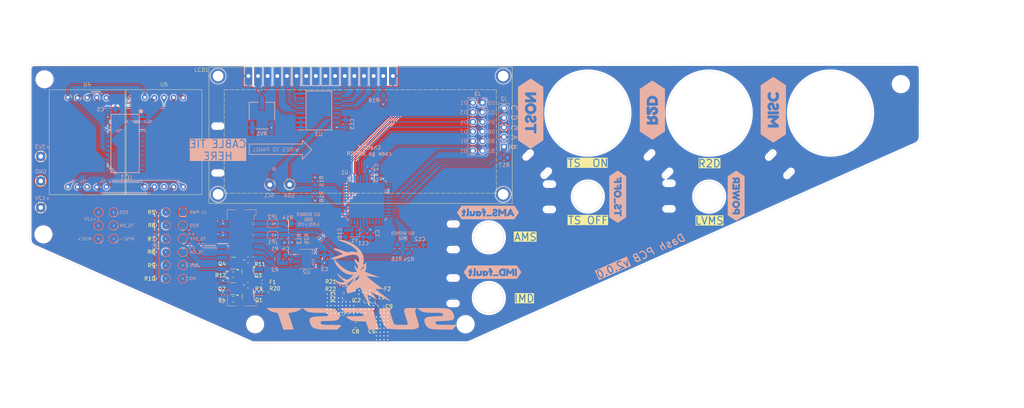
<source format=kicad_pcb>
(kicad_pcb (version 20240108) (generator "pcbnew") (generator_version "8.0")
  (layers (0 "F.Cu" signal) (31 "B.Cu" signal) (34 "B.Paste" user) (35 "F.Paste" user) (36 "B.SilkS" user "B.Silkscreen") (37 "F.SilkS" user "F.Silkscreen") (38 "B.Mask" user) (39 "F.Mask" user) (44 "Edge.Cuts" user))
  (net 0 "")
  (net 1 "+3V3")
  (net 2 "GND")
  (net 3 "Net-(C4-Pad1)")
  (net 4 "+12V")
  (net 5 "Net-(IC2-SS{slash}TR)")
  (net 6 "Net-(IC2-VOS)")
  (net 7 "Net-(F1-Pad2)")
  (net 8 "Vin")
  (net 9 "LED_R2D")
  (net 10 "LED_AMS_FAULT")
  (net 12 "BUTTON_SELF_DESTRUCT+")
  (net 13 "LED_TS_OFF")
  (net 14 "CANL")
  (net 15 "BUTTON_TS_ON")
  (net 16 "CANH")
  (net 17 "BUTTON_R2D")
  (net 18 "LED_IMD_FAULT")
  (net 19 "BUTTON_SELF_DESTRUCT-")
  (net 20 "/ICSPDAT")
  (net 21 "/~{MCLR}")
  (net 22 "/ICSPCLK")
  (net 23 "Net-(Q1-D)")
  (net 24 "Net-(Q3-D)")
  (net 25 "/SDA")
  (net 26 "/SCL")
  (net 27 "Net-(LCD1-A)")
  (net 28 "Net-(IC2-PG)")
  (net 29 "Net-(IC2-FB)")
  (net 30 "E0")
  (net 31 "C1")
  (net 32 "D5")
  (net 34 "B0")
  (net 35 "D0")
  (net 36 "C0")
  (net 38 "B2")
  (net 39 "/CAN_TX")
  (net 40 "C7")
  (net 41 "C2")
  (net 42 "D1")
  (net 43 "C5")
  (net 44 "/CAN_RX")
  (net 47 "D3")
  (net 48 "D6")
  (net 49 "B1")
  (net 50 "D4")
  (net 51 "LED_TS_ON")
  (net 52 "D2")
  (net 53 "D7")
  (net 54 "B5")
  (net 55 "E1")
  (net 56 "C6")
  (net 57 "E2")
  (net 62 "/f")
  (net 63 "/d")
  (net 64 "/e")
  (net 65 "/Dp")
  (net 67 "/digit0")
  (net 68 "/b")
  (net 72 "/a")
  (net 74 "/digit1")
  (net 75 "/c")
  (net 78 "/g")
  (net 79 "Net-(IC2-SW_1)")
  (net 83 "Net-(LCD1-DB7)")
  (net 84 "Net-(LCD1-R{slash}~{W})")
  (net 85 "Net-(LCD1-E)")
  (net 87 "Net-(LCD1-DB5)")
  (net 88 "Net-(LCD1-RS)")
  (net 89 "Net-(LCD1-VO)")
  (net 90 "Net-(LCD1-DB4)")
  (net 91 "Net-(LCD1-DB6)")
  (net 94 "Net-(U1-RA0)")
  (net 95 "Net-(U1-RA1)")
  (net 96 "/CLK+")
  (net 97 "A3")
  (net 98 "A4")
  (net 99 "A5")
  (net 100 "/CLK-")
  (net 101 "A2")
  (net 102 "Net-(Q2-D)")
  (net 103 "Net-(Q4-D)")
  (net 104 "Net-(R5-Pad2)")
  (net 105 "Net-(R6-Pad2)")
  (net 106 "Net-(R7-Pad2)")
  (net 107 "Net-(R8-Pad2)")
  (net 108 "Net-(R9-Pad2)")
  (net 109 "Net-(R10-Pad2)")
  (net 112 "Net-(J1-Pin_6)")
  (net 113 "Net-(J1-Pin_7)")
  (footprint "Resistor_SMD:R_0805_2012Metric_Pad1.20x1.40mm_HandSolder" (layer "F.Cu") (at 119.75 148)
    (property "Reference" "R9")
    (property "Value" "1K")
  )
  (footprint "Resistor_SMD:R_0805_2012Metric_Pad1.20x1.40mm_HandSolder" (layer "F.Cu") (at 142.39 153.2 180)
    (property "Reference" "R3")
    (property "Value" "10k")
  )
  (footprint "Resistor_SMD:R_0805_2012Metric_Pad1.20x1.40mm_HandSolder" (layer "F.Cu") (at 119.75 144.5)
    (property "Reference" "R6")
    (property "Value" "1K")
  )
  (footprint "MountingHole:MountingHole_4.3mm_M4" (layer "F.Cu") (at 88.76 98.92)
    (property "Reference" "H2" (hide yes))
    (property "Value" "MountingHole")
  )
  (footprint "sufst-lib:QFN50P300X300X100-17N-D" (layer "F.Cu") (at 172.78 160.11 -90)
    (property "Reference" "IC2")
    (property "Value" "TLV62130ARGTT" (hide yes))
  )
  (footprint "MountingHole:MountingHole_4.3mm_M4" (layer "F.Cu") (at 199.8 163.52)
    (property "Reference" "H3" (hide yes))
    (property "Value" "MountingHole")
  )
  (footprint "Capacitor_SMD:C_0805_2012Metric_Pad1.18x1.45mm_HandSolder" (layer "F.Cu") (at 175.1 163.7)
    (property "Reference" "C6")
    (property "Value" "10u")
  )
  (footprint "Package_TO_SOT_SMD:SOT-23" (layer "F.Cu") (at 138.47 154.14 180)
    (property "Reference" "Q2")
    (property "Value" "XP262N7002TR-G")
  )
  (footprint "Resistor_SMD:R_0805_2012Metric_Pad1.20x1.40mm_HandSolder" (layer "F.Cu") (at 138.47 150.46)
    (property "Reference" "R12")
    (property "Value" "10k")
  )
  (footprint "TestPoint:TestPoint_THTPad_D2.5mm_Drill1.2mm" (layer "F.Cu") (at 87.75 132.75 180)
    (property "Reference" "TP3" (hide yes))
    (property "Value" "TestPoint" (hide yes))
  )
  (footprint "TestPoint:TestPoint_THTPad_D2.5mm_Drill1.2mm" (layer "F.Cu") (at 87.75 125.75)
    (property "Reference" "TP5" (hide yes))
    (property "Value" "TestPoint")
  )
  (footprint "Resistor_SMD:R_0805_2012Metric_Pad1.20x1.40mm_HandSolder" (layer "F.Cu") (at 119.75 151.5)
    (property "Reference" "R10")
    (property "Value" "1K")
  )
  (footprint "Resistor_SMD:R_0805_2012Metric_Pad1.20x1.40mm_HandSolder" (layer "F.Cu") (at 167.7 154.3)
    (property "Reference" "R22")
    (property "Value" "750k")
  )
  (footprint "Resistor_SMD:R_0805_2012Metric_Pad1.20x1.40mm_HandSolder" (layer "F.Cu") (at 119.75 134)
    (property "Reference" "R5")
    (property "Value" "1K")
  )
  (footprint "Fuse:Fuse_0603_1608Metric_Pad1.05x0.95mm_HandSolder" (layer "F.Cu") (at 177.6 154.2 90)
    (property "Reference" "F2")
    (property "Value" "T0603FF0250TM")
  )
  (footprint "MountingHole:MountingHole_4.3mm_M4" (layer "F.Cu") (at 314.62 100.19)
    (property "Reference" "H1" (hide yes))
    (property "Value" "MountingHole")
  )
  (footprint "sufst-lib:IHLP1212BZEV2R2M11" (layer "F.Cu") (at 174.5 156.4)
    (property "Reference" "L1")
    (property "Value" "2.2uH")
  )
  (footprint "Resistor_SMD:R_0805_2012Metric_Pad1.20x1.40mm_HandSolder" (layer "F.Cu") (at 119.75 141)
    (property "Reference" "R7")
    (property "Value" "1K")
  )
  (footprint "Resistor_SMD:R_0805_2012Metric_Pad1.20x1.40mm_HandSolder" (layer "F.Cu") (at 138.5 156.94)
    (property "Reference" "R4")
    (property "Value" "10k")
  )
  (footprint "Capacitor_SMD:C_0805_2012Metric_Pad1.18x1.45mm_HandSolder" (layer "F.Cu") (at 170.8 163.7)
    (property "Reference" "C8")
    (property "Value" "0.1u")
  )
  (footprint "MountingHole:MountingHole_4.3mm_M4" (layer "F.Cu") (at 88.46 139.82)
    (property "Reference" "H4" (hide yes))
    (property "Value" "MountingHole")
  )
  (footprint "Package_TO_SOT_SMD:SOT-23" (layer "F.Cu") (at 142.45 156.2175 -90)
    (property "Reference" "Q1")
    (property "Value" "XP262N7002TR-G")
  )
  (footprint "Package_TO_SOT_SMD:SOT-23" (layer "F.Cu") (at 142.3625 149.6 -90)
    (property "Reference" "Q3")
    (property "Value" "XP262N7002TR-G")
  )
  (footprint "Fuse:Fuse_0603_1608Metric_Pad1.05x0.95mm_HandSolder" (layer "F.Cu") (at 146.1 152.4)
    (property "Reference" "F1")
    (property "Value" "T0603FF0750TM")
  )
  (footprint "Resistor_SMD:R_0805_2012Metric_Pad1.20x1.40mm_HandSolder" (layer "F.Cu") (at 119.75 137.5)
    (property "Reference" "R8")
    (property "Value" "1K")
  )
  (footprint "Resistor_SMD:R_0805_2012Metric_Pad1.20x1.40mm_HandSolder" (layer "F.Cu") (at 142.41 146.57 180)
    (property "Reference" "R11")
    (property "Value" "10k")
  )
  (footprint "sufst-lib:Generic 7 seg 20mmx27.7mm" (layer "F.Cu") (at 99.99 115.5)
    (property "Reference" "U4")
    (property "Value" "~")
  )
  (footprint "Capacitor_SMD:C_0805_2012Metric_Pad1.18x1.45mm_HandSolder" (layer "F.Cu") (at 169.6 160.8 90)
    (property "Reference" "C7")
    (property "Value" "3.3n")
  )
  (footprint "Capacitor_SMD:C_0805_2012Metric_Pad1.18x1.45mm_HandSolder" (layer "F.Cu") (at 177.53 158.81 90)
    (property "Reference" "C9")
    (property "Value" "22u")
  )
  (footprint "Package_TO_SOT_SMD:SOT-23" (layer "F.Cu") (at 138.5625 147.41 180)
    (property "Reference" "Q4")
    (property "Value" "XP262N7002TR-G")
  )
  (footprint "TestPoint:TestPoint_THTPad_D2.5mm_Drill1.2mm" (layer "F.Cu") (at 87.75 119.25 180)
    (property "Reference" "TP4" (hide yes))
    (property "Value" "TestPoint")
  )
  (footprint "Resistor_SMD:R_0805_2012Metric_Pad1.20x1.40mm_HandSolder" (layer "F.Cu") (at 167.7 152.3)
    (property "Reference" "R21")
    (property "Value" "100k")
  )
  (footprint "MountingHole:MountingHole_4.3mm_M4" (layer "F.Cu") (at 144.31 163.54)
    (property "Reference" "H13" (hide yes))
    (property "Value" "MountingHole")
  )
  (footprint "sufst-lib:Generic 7 seg 20mmx27.7mm" (layer "F.Cu") (at 120.26 115.48)
    (property "Reference" "U5")
    (property "Value" "~")
  )
  (footprint "Resistor_SMD:R_0805_2012Metric_Pad1.20x1.40mm_HandSolder" (layer "F.Cu") (at 167.7 156.3)
    (property "Reference" "R23")
    (property "Value" "240k")
  )
  (footprint "TestPoint:TestPoint_THTPad_D2.5mm_Drill1.2mm" (layer "F.Cu") (at 153.4 126.69)
    (property "Reference" "TP1" (hide yes))
    (property "Value" "TestPoint")
  )
  (footprint "Resistor_SMD:R_0805_2012Metric_Pad1.20x1.40mm_HandSolder" (layer "F.Cu") (at 147 155.1 -90)
    (property "Reference" "R20")
    (property "Value" "12")
  )
  (footprint "sufst-lib:16x2 LCD" (layer "F.Cu") (at 172.13 113.66)
    (property "Reference" "LCD1")
    (property "Value" "16x2 LCD")
  )
  (footprint "Resistor_SMD:R_0805_2012Metric_Pad1.20x1.40mm_HandSolder" (layer "B.Cu") (at 149.5 145.3 180)
    (property "Reference" "R1")
    (property "Value" "60R")
  )
  (footprint "Resistor_SMD:R_0805_2012Metric_Pad1.20x1.40mm_HandSolder" (layer "B.Cu") (at 184.87 143.62 -90)
    (property "Reference" "R24")
    (property "Value" "1k")
  )
  (footprint "Jumper:SolderJumper-2_P1.3mm_Open_RoundedPad1.0x1.5mm" (layer "B.Cu") (at 148.94 140.01 180)
    (property "Reference" "JP1")
    (property "Value" "SolderJumper_2_Open")
  )
  (footprint "Resistor_SMD:R_0805_2012Metric_Pad1.20x1.40mm_HandSolder" (layer "B.Cu") (at 149.5 147.3)
    (property "Reference" "R2")
    (property "Value" "60R")
  )
  (footprint "Connector_PinHeader_2.54mm:PinHeader_2x06_P2.54mm_Vertical" (layer "B.Cu") (at 204.27 105.08 180)
    (property "Reference" "J3")
    (property "Value" "Conn_02x06_Counter_Clockwise")
  )
  (footprint "Capacitor_SMD:C_0603_1608Metric_Pad1.08x0.95mm_HandSolder" (layer "B.Cu") (at 168.2 139.6 -90)
    (property "Reference" "C10")
    (property "Value" "10p")
  )
  (footprint "TestPoint:TestPoint_Pad_D2.0mm" (layer "B.Cu") (at 106.999293 137.500707 90)
    (property "Reference" "SP19" (hide yes))
    (property "Value" "Solder Pad")
  )
  (footprint "Resistor_SMD:R_0805_2012Metric_Pad1.20x1.40mm_HandSolder" (layer "B.Cu") (at 154.01 140.99 -90)
    (property "Reference" "R25")
    (property "Value" "10k")
  )
  (footprint "Capacitor_SMD:C_0805_2012Metric_Pad1.18x1.45mm_HandSolder" (layer "B.Cu") (at 174.6 122.1 90)
    (property "Reference" "C2")
    (property "Value" "100n")
  )
  (footprint "kibuzzard-67F6B156" (layer "B.Cu") (at 216.97 107.98 90)
    (property "Reference" "kibuzzard-67F6B156" (hide yes))
    (property "Value" "G***" (hide yes))
  )
  (footprint "kibuzzard-67F52FB1" (layer "B.Cu") (at 239.93 129.89 90)
    (property "Reference" "kibuzzard-67F52FB1" (hide yes))
    (property "Value" "G***" (hide yes))
  )
  (footprint "TestPoint:TestPoint_THTPad_D2.5mm_Drill1.2mm" (layer "B.Cu") (at 148.2 126.75)
    (property "Reference" "TP2" (hide yes))
    (property "Value" "TestPoint")
  )
  (footprint "TestPoint:TestPoint_Pad_D2.0mm" (layer "B.Cu") (at 120.75 134 180)
    (property "Reference" "SP1" (hide yes))
    (property "Value" "Solder Pad")
  )
  (footprint "Package_SO:SOIC-8_3.9x4.9mm_P1.27mm" (layer "B.Cu") (at 157.8 146.3 180)
    (property "Reference" "U2")
    (property "Value" "MAX3051ESA+")
  )
  (footprint "kibuzzard-67F53054" (layer "B.Cu") (at 206.91 149.79 180)
    (property "Reference" "kibuzzard-67F53054" (hide yes))
    (property "Value" "G***" (hide yes))
  )
  (footprint "TestPoint:TestPoint_Pad_D2.0mm" (layer "B.Cu") (at 125.25 141 90)
    (property "Reference" "SP9" (hide yes))
    (property "Value" "Solder Pad")
  )
  (footprint "TestPoint:TestPoint_Pad_D2.0mm" (layer "B.Cu") (at 103 134 180)
    (property "Reference" "SP13" (hide yes))
    (property "Value" "Solder Pad")
  )
  (footprint "LOGO" (layer "B.Cu") (at 172.37 149.8 180)
    (property "Reference" "G***" (hide yes))
    (property "Value" "LOGO" (hide yes))
  )
  (footprint "sufst-lib:SOIC127P1030X265-16N" (layer "B.Cu") (at 161.11 107.15)
    (property "Reference" "U3")
    (property "Value" "PCF8574" (hide yes))
  )
  (footprint "TestPoint:TestPoint_Pad_D2.0mm" (layer "B.Cu") (at 120.75 137.5 180)
    (property "Reference" "SP4" (hide yes))
    (property "Value" "Solder Pad")
  )
  (footprint "Resistor_SMD:R_0805_2012Metric_Pad1.20x1.40mm_HandSolder" (layer "B.Cu") (at 160.1 125.8 90)
    (property "Reference" "R15")
    (property "Value" "4.7k")
  )
  (footprint "TestPoint:TestPoint_Pad_D2.0mm" (layer "B.Cu") (at 103 137.5 180)
    (property "Reference" "SP14" (hide yes))
    (property "Value" "Solder Pad")
  )
  (footprint "Jumper:SolderJumper-2_P1.3mm_Open_RoundedPad1.0x1.5mm" (layer "B.Cu") (at 148.94 137.02 180)
    (property "Reference" "JP2")
    (property "Value" "SolderJumper_2_Open")
  )
  (footprint "sufst-lib:HT16K33" (layer "B.Cu") (at 110 115.84 -90)
    (property "Reference" "IC1")
    (property "Value" "HT16K33")
    (property "VALUE" "HTK16K33" (hide yes))
  )
  (footprint "kibuzzard-67F52EB7" (layer "B.Cu") (at 249.07 107.06 90)
    (property "Reference" "kibuzzard-67F52EB7" (hide yes))
    (property "Value" "G***" (hide yes))
  )
  (footprint "kibuzzard-67F52FD7" (layer "B.Cu") (at 271.17 129.64 90)
    (property "Reference" "kibuzzard-67F52FD7" (hide yes))
    (property "Value" "G***" (hide yes))
  )
  (footprint "kibuzzard-67F5305C" (layer "B.Cu") (at 205.7 134.05 180)
    (property "Reference" "kibuzzard-67F5305C" (hide yes))
    (property "Value" "G***" (hide yes))
  )
  (footprint "Resistor_SMD:R_0805_2012Metric_Pad1.20x1.40mm_HandSolder" (layer "B.Cu") (at 152.01 140.99 -90)
    (property "Reference" "R13")
    (property "Value" "0")
  )
  (footprint "Package_QFP:TQFP-44_10x10mm_P0.8mm" (layer "B.Cu") (at 173.73 130.83 -90)
    (property "Reference" "U1")
    (property "Value" "PIC18F47Q84-I/PT")
  )
  (footprint "TestPoint:TestPoint_Pad_D2.0mm" (layer "B.Cu") (at 120.75 148 180)
    (property "Reference" "SP5" (hide yes))
    (property "Value" "Solder Pad")
  )
  (footprint "TestPoint:TestPoint_Pad_D2.0mm" (layer "B.Cu") (at 103 141 180)
    (property "Reference" "SP15" (hide yes))
    (property "Value" "Solder Pad")
  )
  (footprint "Capacitor_SMD:C_0805_2012Metric_Pad1.18x1.45mm_HandSolder" (layer "B.Cu") (at 106.43 106.74)
    (property "Reference" "C5")
    (property "Value" "0.1u")
  )
  (footprint "TestPoint:TestPoint_Pad_D2.0mm" (layer "B.Cu") (at 120.75 151.5 180)
    (property "Reference" "SP6" (hide yes))
    (property "Value" "Solder Pad")
  )
  (footprint "TestPoint:TestPoint_Pad_D2.0mm" (layer "B.Cu") (at 125.25 151.5)
    (property "Reference" "SP12" (hide yes))
    (property "Value" "Solder Pad")
  )
  (footprint "TestPoint:TestPoint_Pad_D2.0mm" (layer "B.Cu") (at 125.25 144.5 90)
    (property "Reference" "SP8" (hide yes))
    (property "Value" "Solder Pad")
  )
  (footprint "Capacitor_SMD:C_0805_2012Metric_Pad1.18x1.45mm_HandSolder" (layer "B.Cu") (at 168.2 110.7 90)
    (property "Reference" "C13")
    (property "Value" "0.1u")
  )
  (footprint "Resistor_SMD:R_0805_2012Metric_Pad1.20x1.40mm_HandSolder" (layer "B.Cu") (at 181.7 143.61 -90)
    (property "Reference" "R16")
    (property "Value" "0")
  )
  (footprint "Capacitor_SMD:C_0805_2012Metric_Pad1.18x1.45mm_HandSolder" (layer "B.Cu") (at 152.4 146.3 90)
    (property "Reference" "C4")
    (property "Value" "4.7n")
  )
  (footprint "Resistor_SMD:R_0805_2012Metric_Pad1.20x1.40mm_HandSolder" (layer "B.Cu") (at 160.1 129.9 -90)
    (property "Reference" "R18")
    (property "Value" "4.7k")
  )
  (footprint "Resistor_SMD:R_0805_2012Metric_Pad1.20x1.40mm_HandSolder" (layer "B.Cu") (at 209.924058 119.566883 180)
    (property "Reference" "R17")
    (property "Value" "10k")
  )
  (footprint "TestPoint:TestPoint_Pad_D2.0mm" (layer "B.Cu") (at 125.25 148)
    (property "Reference" "SP11" (hide yes))
    (property "Value" "Solder Pad")
  )
  (footprint "TestPoint:TestPoint_Pad_D2.0mm" (layer "B.Cu") (at 120.75 141 180)
    (property "Reference" "SP3" (hide yes))
    (property "Value" "Solder Pad")
  )
  (footprint "TestPoint:TestPoint_Pad_D2.0mm" (layer "B.Cu") (at 125.25 137.5 90)
    (property "Reference" "SP10" (hide yes))
    (property "Value" "Solder Pad")
  )
  (footprint "sufst-lib:TS7Y103KR32" (layer "B.Cu") (at 146.1 108.5 180)
    (property "Reference" "RV1")
    (property "Value" "R_Potentiometer" (hide yes))
  )
  (footprint "Crystal:Crystal_SMD_SeikoEpson_FA128-4Pin_2.0x1.6mm" (layer "B.Cu") (at 170.5 139.25 180)
    (property "Reference" "Y1")
    (property "Value" "20MHz")
  )
  (footprint "TestPoint:TestPoint_Pad_D2.0mm" (layer "B.Cu") (at 107 141 180)
    (property "Reference" "SP21" (hide yes))
    (property "Value" "Solder Pad")
  )
  (footprint "Connector_PinSocket_2.54mm:PinSocket_1x05_P2.54mm_Vertical" (layer "B.Cu") (at 209.935 116.7)
    (property "Reference" "J2")
    (property "Value" "Conn_01x05_Pin")
  )
  (footprint "LOGO" (layer "B.Cu") (at 172.382494 162.030138 180)
    (property "Reference" "G***" (hide yes))
    (property "Value" "LOGO" (hide yes))
  )
  (footprint "Capacitor_SMD:C_0603_1608Metric_Pad1.08x0.95mm_HandSolder" (layer "B.Cu") (at 187.78 142.55)
    (property "Reference" "C12")
    (property "Value" "100n")
  )
  (footprint "Connector_Molex:Molex_Micro-Fit_3.0_43045-1418_2x07-1MP_P3.00mm_Vertical" (layer "B.Cu") (at 140.5 146 90)
    (property "Reference" "J1")
    (property "Value" "IO")
  )
  (footprint "Capacitor_SMD:C_0805_2012Metric_Pad1.18x1.45mm_HandSolder" (layer "B.Cu") (at 162.6 146.3 -90)
    (property "Reference" "C3")
    (property "Value" "100n")
  )
  (footprint "TestPoint:TestPoint_Pad_D2.0mm" (layer "B.Cu") (at 106.939293 134.000707 90)
    (property "Reference" "SP20" (hide yes))
    (property "Value" "Solder Pad")
  )
  (footprint "TestPoint:TestPoint_Pad_D2.0mm" (layer "B.Cu") (at 125.25 134 180)
    (property "Reference" "SP7" (hide yes))
    (property "Value" "Solder Pad")
  )
  (footprint "Resistor_SMD:R_0805_2012Metric_Pad1.20x1.40mm_HandSolder" (layer "B.Cu") (at 152.9 137.02 180)
    (property "Reference" "R14")
    (property "Value" "0")
  )
  (footprint "kibuzzard-67F52EF3" (layer "B.Cu") (at 280.97 106.96 90)
    (property "Reference" "kibuzzard-67F52EF3" (hide yes))
    (property "Value" "G***" (hide yes))
  )
  (footprint "Capacitor_SMD:C_0603_1608Metric_Pad1.08x0.95mm_HandSolder" (layer "B.Cu") (at 172.8 139.6 -90)
    (property "Reference" "C11")
    (property "Value" "10p")
  )
  (footprint "Resistor_SMD:R_0805_2012Metric_Pad1.20x1.40mm_HandSolder" (layer "B.Cu") (at 178.13 104.5 90)
    (property "Reference" "R19")
    (property "Value" "10")
  )
  (footprint "Capacitor_SMD:C_0805_2012Metric_Pad1.18x1.45mm_HandSolder" (layer "B.Cu") (at 174.7 139.6 -90)
    (property "Reference" "C1")
    (property "Value" "100n")
  )
  (footprint "TestPoint:TestPoint_Pad_D2.0mm" (layer "B.Cu") (at 120.75 144.5 180)
    (property "Reference" "SP2" (hide yes))
    (property "Value" "Solder Pad")
  )
  (gr_line (start 118.9 134) (end 118.9 151.5) (stroke (width 0.1)) (layer "B.SilkS"))
  (gr_line (start 103 135.2) (end 103 136.3) (stroke (width 0.1)) (layer "B.SilkS"))
  (gr_poly (pts (xy 142.75 116) (xy 156.75 116) (xy 156.75 115) (xy 159.25 117.5) (xy 156.75 120) (xy 156.75 118.75) (xy 142.75 118.75)) (stroke (width 0.2)) (fill none) (layer "B.SilkS"))
  (gr_line (start 195.79 151.83) (end 197.29 151.83) (stroke (width 0.05)) (layer "Edge.Cuts"))
  (gr_line (start 197.31 136.59) (end 195.81 136.59) (stroke (width 0.05)) (layer "Edge.Cuts"))
  (gr_arc (start 220.909669 124.55033) (mid 220.2025 124.550357) (end 220.202563 123.843223) (stroke (width 0.05)) (layer "Edge.Cuts"))
  (gr_circle (center 232.062359 107.83995) (end 243.06274 107.83995) (stroke (width 0.05)) (fill none) (layer "Edge.Cuts"))
  (gr_arc (start 222.69 126.07) (mid 223.19 126.57) (end 222.69 127.07) (stroke (width 0.05)) (layer "Edge.Cuts"))
  (gr_line (start 221.263223 122.782563) (end 220.202563 123.843223) (stroke (width 0.05)) (layer "Edge.Cuts"))
  (gr_arc (start 221.19 127.07) (mid 220.69 126.57) (end 221.19 126.07) (stroke (width 0.05)) (layer "Edge.Cuts"))
  (gr_arc (start 197.3 143.31) (mid 197.8 143.81) (end 197.3 144.31) (stroke (width 0.05)) (layer "Edge.Cuts"))
  (gr_line (start 86.109086 143.011146) (end 143.64 168.5) (stroke (width 0.05)) (layer "Edge.Cuts"))
  (gr_arc (start 252.72 133.59) (mid 252.22 133.09) (end 252.72 132.59) (stroke (width 0.05)) (layer "Edge.Cuts"))
  (gr_line (start 84.851457 96.161457) (end 84.856849 141.041858) (stroke (width 0.05)) (layer "Edge.Cuts"))
  (gr_arc (start 135.24 123.13) (mid 135.74 123.63) (end 135.24 124.13) (stroke (width 0.05)) (layer "Edge.Cuts"))
  (gr_line (start 216.11967 119.78033) (end 217.18033 118.71967) (stroke (width 0.05)) (layer "Edge.Cuts"))
  (gr_arc (start 248.14967 119.75033) (mid 247.442564 119.75033) (end 247.442563 119.043223) (stroke (width 0.05)) (layer "Edge.Cuts"))
  (gr_arc (start 195.8 144.31) (mid 195.3 143.81) (end 195.8 143.31) (stroke (width 0.05)) (layer "Edge.Cuts"))
  (gr_circle (center 264.061978 107.840331) (end 275.062359 107.840331) (stroke (width 0.05)) (fill none) (layer "Edge.Cuts"))
  (gr_line (start 133.74 124.13) (end 135.24 124.13) (stroke (width 0.05)) (layer "Edge.Cuts"))
  (gr_arc (start 195.77 158.53) (mid 195.27 158.03) (end 195.77 157.53) (stroke (width 0.05)) (layer "Edge.Cuts"))
  (gr_line (start 284.919669 124.63033) (end 285.98033 123.56967) (stroke (width 0.05)) (layer "Edge.Cuts"))
  (gr_line (start 252.72 133.59) (end 254.22 133.59) (stroke (width 0.05)) (layer "Edge.Cuts"))
  (gr_line (start 135.24 123.13) (end 133.74 123.13) (stroke (width 0.05)) (layer "Edge.Cuts"))
  (gr_arc (start 222.66 132.748631) (mid 223.16 133.248631) (end 222.66 133.748631) (stroke (width 0.05)) (layer "Edge.Cuts"))
  (gr_arc (start 197.29 150.83) (mid 197.79 151.33) (end 197.29 151.83) (stroke (width 0.05)) (layer "Edge.Cuts"))
  (gr_line (start 133.71 111.77) (end 135.21 111.77) (stroke (width 0.05)) (layer "Edge.Cuts"))
  (gr_line (start 280.12967 119.78033) (end 281.19033 118.71967) (stroke (width 0.05)) (layer "Edge.Cuts"))
  (gr_line (start 252.73 126.84) (end 254.23 126.84) (stroke (width 0.05)) (layer "Edge.Cuts"))
  (gr_line (start 221.16 133.748631) (end 222.66 133.748631) (stroke (width 0.05)) (layer "Edge.Cuts"))
  (gr_circle (center 232.062359 129.83995) (end 236.062359 129.83995) (stroke (width 0.1)) (fill none) (layer "Edge.Cuts"))
  (gr_line (start 254.23 125.84) (end 252.73 125.84) (stroke (width 0.05)) (layer "Edge.Cuts"))
  (gr_line (start 291.199999 128.18) (end 318.494951 116.063974) (stroke (width 0.05)) (layer "Edge.Cuts"))
  (gr_circle (center 296.060219 107.831332) (end 289.257579 99.186537) (stroke (width 0.05)) (fill none) (layer "Edge.Cuts"))
  (gr_arc (start 252.899669 124.61033) (mid 252.192562 124.610329) (end 252.192563 123.903223) (stroke (width 0.05)) (layer "Edge.Cuts"))
  (gr_line (start 280.483224 118.012563) (end 279.422563 119.073223) (stroke (width 0.05)) (layer "Edge.Cuts"))
  (gr_line (start 252.899669 124.61033) (end 253.96033 123.54967) (stroke (width 0.05)) (layer "Edge.Cuts"))
  (gr_line (start 248.503224 117.982563) (end 247.442563 119.043223) (stroke (width 0.05)) (layer "Edge.Cuts"))
  (gr_arc (start 135.21 110.77) (mid 135.71 111.27) (end 135.21 111.77) (stroke (width 0.05)) (layer "Edge.Cuts"))
  (gr_arc (start 285.273223 122.862563) (mid 285.98033 122.862563) (end 285.98033 123.56967) (stroke (width 0.05)) (layer "Edge.Cuts"))
  (gr_line (start 143.64 168.5) (end 200.5 168.51) (stroke (width 0.05)) (layer "Edge.Cuts"))
  (gr_arc (start 133.74 124.13) (mid 133.24 123.63) (end 133.74 123.13) (stroke (width 0.05)) (layer "Edge.Cuts"))
  (gr_line (start 222.69 126.07) (end 221.19 126.07) (stroke (width 0.05)) (layer "Edge.Cuts"))
  (gr_arc (start 195.79 151.83) (mid 195.29 151.33) (end 195.79 150.83) (stroke (width 0.05)) (layer "Edge.Cuts"))
  (gr_arc (start 280.483224 118.012563) (mid 281.190331 118.012564) (end 281.19033 118.71967) (stroke (width 0.05)) (layer "Edge.Cuts"))
  (gr_arc (start 252.73 126.84) (mid 252.23 126.34) (end 252.73 125.84) (stroke (width 0.05)) (layer "Edge.Cuts"))
  (gr_line (start 135.21 110.77) (end 133.71 110.77) (stroke (width 0.05)) (layer "Edge.Cuts"))
  (gr_line (start 319.823265 113.99123) (end 319.838543 96.061457) (stroke (width 0.05)) (layer "Edge.Cuts"))
  (gr_line (start 220.909669 124.55033) (end 221.97033 123.48967) (stroke (width 0.05)) (layer "Edge.Cuts"))
  (gr_line (start 285.273223 122.862563) (end 284.212563 123.923223) (stroke (width 0.05)) (layer "Edge.Cuts"))
  (gr_line (start 291.199999 128.18) (end 200.5 168.51) (stroke (width 0.05)) (layer "Edge.Cuts"))
  (gr_arc (start 197.31 136.59) (mid 197.81 137.09) (end 197.31 137.59) (stroke (width 0.05)) (layer "Edge.Cuts"))
  (gr_arc (start 86.109086 143.011146) (mid 85.181459 142.218226) (end 84.856849 141.041858) (stroke (width 0.05)) (layer "Edge.Cuts"))
  (gr_line (start 253.253223 122.842563) (end 252.192563 123.903223) (stroke (width 0.05)) (layer "Edge.Cuts"))
  (gr_line (start 248.14967 119.75033) (end 249.21033 118.68967) (stroke (width 0.05)) (layer "Edge.Cuts"))
  (gr_line (start 197.27 157.53) (end 195.77 157.53) (stroke (width 0.05)) (layer "Edge.Cuts"))
  (gr_circle (center 264.07 129.85) (end 268.07 129.85) (stroke (width 0.1)) (fill none) (layer "Edge.Cuts"))
  (gr_arc (start 84.851457 96.161457) (mid 85.2 95.32) (end 86.041457 94.971457) (stroke (width 0.05)) (layer "Edge.Cuts"))
  (gr_arc (start 216.473224 118.012563) (mid 217.180357 118.012544) (end 217.18033 118.71967) (stroke (width 0.05)) (layer "Edge.Cuts"))
  (gr_line (start 221.19 127.07) (end 222.69 127.07) (stroke (width 0.05)) (layer "Edge.Cuts"))
  (gr_line (start 222.66 132.748631) (end 221.16 132.748631) (stroke (width 0.05)) (layer "Edge.Cuts"))
  (gr_line (start 197.29 150.83) (end 195.79 150.83) (stroke (width 0.05)) (layer "Edge.Cuts"))
  (gr_arc (start 254.23 125.84) (mid 254.73 126.34) (end 254.23 126.84) (stroke (width 0.05)) (layer "Edge.Cuts"))
  (gr_arc (start 221.263223 122.782563) (mid 221.970329 122.782563) (end 221.97033 123.48967) (stroke (width 0.05)) (layer "Edge.Cuts"))
  (gr_line (start 216.473224 118.012563) (end 215.412563 119.073223) (stroke (width 0.05)) (layer "Edge.Cuts"))
  (gr_line (start 197.3 143.31) (end 195.8 143.31) (stroke (width 0.05)) (layer "Edge.Cuts"))
  (gr_arc (start 254.22 132.59) (mid 254.72 133.09) (end 254.22 133.59) (stroke (width 0.05)) (layer "Edge.Cuts"))
  (gr_arc (start 221.16 133.748631) (mid 220.66 133.248631) (end 221.16 132.748631) (stroke (width 0.05)) (layer "Edge.Cuts"))
  (gr_circle (center 205.95 140.6) (end 209.95 140.6) (stroke (width 0.1)) (fill none) (layer "Edge.Cuts"))
  (gr_arc (start 284.919669 124.63033) (mid 284.212563 124.63033) (end 284.212563 123.923223) (stroke (width 0.05)) (layer "Edge.Cuts"))
  (gr_arc (start 280.12967 119.78033) (mid 279.422564 119.78033) (end 279.422563 119.073223) (stroke (width 0.05)) (layer "Edge.Cuts"))
  (gr_arc (start 197.27 157.53) (mid 197.77 158.03) (end 197.27 158.53) (stroke (width 0.05)) (layer "Edge.Cuts"))
  (gr_arc (start 318.648543 94.871457) (mid 319.49 95.22) (end 319.838543 96.061457) (stroke (width 0.05)) (layer "Edge.Cuts"))
  (gr_line (start 195.77 158.53) (end 197.27 158.53) (stroke (width 0.05)) (layer "Edge.Cuts"))
  (gr_arc (start 133.71 111.77) (mid 133.21 111.27) (end 133.71 110.77) (stroke (width 0.05)) (layer "Edge.Cuts"))
  (gr_circle (center 205.95 156.6) (end 209.95 156.6) (stroke (width 0.1)) (fill none) (layer "Edge.Cuts"))
  (gr_arc (start 319.823265 113.99123) (mid 319.462389 115.221959) (end 318.494951 116.063974) (stroke (width 0.05)) (layer "Edge.Cuts"))
  (gr_arc (start 195.81 137.59) (mid 195.31 137.09) (end 195.81 136.59) (stroke (width 0.05)) (layer "Edge.Cuts"))
  (gr_arc (start 248.503224 117.982563) (mid 249.210331 117.982564) (end 249.21033 118.68967) (stroke (width 0.05)) (layer "Edge.Cuts"))
  (gr_line (start 195.8 144.31) (end 197.3 144.31) (stroke (width 0.05)) (layer "Edge.Cuts"))
  (gr_line (start 195.81 137.59) (end 197.31 137.59) (stroke (width 0.05)) (layer "Edge.Cuts"))
  (gr_arc (start 253.253223 122.842563) (mid 253.960329 122.842563) (end 253.96033 123.54967) (stroke (width 0.05)) (layer "Edge.Cuts"))
  (gr_line (start 254.22 132.59) (end 252.72 132.59) (stroke (width 0.05)) (layer "Edge.Cuts"))
  (gr_arc (start 216.11967 119.78033) (mid 215.412564 119.78033) (end 215.412563 119.073223) (stroke (width 0.05)) (layer "Edge.Cuts"))
  (gr_line (start 318.648543 94.871457) (end 86.041457 94.971457) (stroke (width 0.05)) (layer "Edge.Cuts"))
  (gr_text "TS_ON" (at 108.5 137.5 0) (layer "B.SilkS") (effects (font (size 0.8 0.8)) (justify right mirror)))
  (gr_text "D6" (at 207.68 113.34 0) (layer "B.SilkS") (effects (font (size 1 1) (thickness 0.1)) (justify left bottom mirror)))
  (gr_text "TS_ON" (at 127 144.5 0) (layer "B.SilkS") (effects (font (size 0.8 0.8)) (justify right mirror)))
  (gr_text "+12V" (at 117.8 142.8 90) (layer "B.SilkS") (effects (font (size 1 1) (thickness 0.1)) (justify mirror)))
  (gr_text "D4" (at 207.63 110.75 0) (layer "B.SilkS") (effects (font (size 1 1) (thickness 0.1)) (justify left bottom mirror)))
  (gr_text "SDA" (at 154.85 130.18 0) (layer "B.SilkS") (effects (font (size 1 1)) (justify left bottom mirror)))
  (gr_text "MISC-" (at 108.5 141 0) (layer "B.SilkS") (effects (font (size 0.8 0.8)) (justify right mirror)))
  (gr_text "+12V" (at 88.25 130.25 0) (layer "B.SilkS") (effects (font (size 1 1)) (justify mirror)))
  (gr_text "D0" (at 207.72 105.78 0) (layer "B.SilkS") (effects (font (size 1 1) (thickness 0.1)) (justify left bottom mirror)))
  (gr_text "MISC+\n" (at 101.3 141 0) (layer "B.SilkS") (effects (font (size 0.8 0.8)) (justify left mirror)))
  (gr_text "D3" (at 200.41 108.2 0) (layer "B.SilkS") (effects (font (size 1 1) (thickness 0.1)) (justify left bottom mirror)))
  (gr_text "B2" (at 207.61 118.41 0) (layer "B.SilkS") (effects (font (size 1 1) (thickness 0.1)) (justify left bottom mirror)))
  (gr_text "SCL" (at 149.45 130.18 0) (layer "B.SilkS") (effects (font (size 1 1)) (justify left bottom mirror)))
  (gr_text "D7" (at 200.38 113.33 0) (layer "B.SilkS") (effects (font (size 1 1) (thickness 0.1)) (justify left bottom mirror)))
  (gr_text "WIRES TO PANEL" (at 156 117.5 0) (layer "B.SilkS") (effects (font (size 1 1) (thickness 0.1)) (justify left mirror)))
  (gr_text "C D G V ~{R}" (at 213.6 111.56 90) (layer "B.SilkS") (effects (font (size 1.5 1.5) (thickness 0.1875)) (justify bottom mirror)))
  (gr_text "B1" (at 200.41 115.81 0) (layer "B.SilkS") (effects (font (size 1 1) (thickness 0.1)) (justify left bottom mirror)))
  (gr_text "R2D" (at 108.5 134 0) (layer "B.SilkS") (effects (font (size 0.8 0.8)) (justify right mirror)))
  (gr_text "D1\n" (at 200.38 105.67 0) (layer "B.SilkS") (effects (font (size 1 1) (thickness 0.1)) (justify left bottom mirror)))
  (gr_text "R2D" (at 127 137.5 0) (layer "B.SilkS") (effects (font (size 0.8 0.8)) (justify right mirror)))
  (gr_text "v2.0.0" (at 243.5 148 23.969) (layer "B.SilkS" knockout) (effects (font (size 2 2) (thickness 0.3)) (justify left bottom mirror)))
  (gr_text "+3V3" (at 88.25 116.75 0) (layer "B.SilkS") (effects (font (size 1 1)) (justify mirror)))
  (gr_text "D2" (at 207.66 108.28 0) (layer "B.SilkS") (effects (font (size 1 1) (thickness 0.1)) (justify left bottom mirror)))
  (gr_text "LV PWR" (at 127 134 0) (layer "B.SilkS") (effects (font (size 0.8 0.8)) (justify right mirror)))
  (gr_text "B5" (at 200.38 118.44 0) (layer "B.SilkS") (effects (font (size 1 1) (thickness 0.1)) (justify left bottom mirror)))
  (gr_text "Dash PCB" (at 258.28 141.41 23.969) (layer "B.SilkS") (effects (font (size 2 2) (thickness 0.3) (italic yes)) (justify left bottom mirror)))
  (gr_text "GND" (at 87.75 123.25 0) (layer "B.SilkS") (effects (font (size 1 1)) (justify mirror)))
  (gr_text "B0" (at 207.61 115.83 0) (layer "B.SilkS") (effects (font (size 1 1) (thickness 0.1)) (justify left bottom mirror)))
  (gr_text "ChatGPT\ncode go BRRRR" (at 174.39 119.1 -0) (layer "B.SilkS") (effects (font (size 1 1)) (justify bottom mirror)))
  (gr_text "+12V" (at 102.5 135.75 0) (layer "B.SilkS") (effects (font (size 0.8 0.8)) (justify left mirror)))
  (gr_text "IMD" (at 126.75 151.5 0) (layer "B.SilkS") (effects (font (size 0.8 0.8)) (justify right mirror)))
  (gr_text "AMS" (at 127 148 0) (layer "B.SilkS") (effects (font (size 0.8 0.8)) (justify right mirror)))
  (gr_text "D5" (at 200.39 110.92 0) (layer "B.SilkS") (effects (font (size 1 1) (thickness 0.1)) (justify left bottom mirror)))
  (gr_text "CABLE TIE\nHERE" (at 134.5 117.6 0) (layer "B.SilkS" knockout) (effects (font (size 2 2) (thickness 0.25)) (justify mirror)))
  (gr_text "TS_OFF" (at 127 141 0) (layer "B.SilkS") (effects (font (size 0.8 0.8)) (justify right mirror)))
  (gr_text "SELF DESTRUCT!\n(GND)\n(+3V3) (+12V)\n" (at 158.38 137.63 0) (layer "B.SilkS") (effects (font (size 0.8 0.5) (thickness 0.1) (bold yes)) (justify bottom mirror)))
  (gr_text "SELF DESTRUCT!\n(MCU)\n" (at 183.31 141.31 0) (layer "B.SilkS") (effects (font (size 0.8 0.5) (thickness 0.1) (bold yes)) (justify bottom mirror)))
  (gr_text "R2D" (at 264.1 122.3 0) (layer "F.SilkS" knockout) (effects (font (size 2 2) (thickness 0.25)) (justify bottom)))
  (gr_text "LVMS" (at 264.1 137.4 0) (layer "F.SilkS" knockout) (effects (font (size 2 2) (thickness 0.25)) (justify bottom)))
  (gr_text "TS OFF" (at 232.1 137.3 0) (layer "F.SilkS" knockout) (effects (font (size 2 2) (thickness 0.25)) (justify bottom)))
  (gr_text "TS  ON" (at 232.1 122.2 0) (layer "F.SilkS" knockout) (effects (font (size 2 2) (thickness 0.25)) (justify bottom)))
  (gr_text "AMS" (at 212.5 140.5 0) (layer "F.SilkS" knockout) (effects (font (size 2 2) (thickness 0.25)) (justify left)))
  (gr_text "IMD" (at 212.5 156.75 0) (layer "F.SilkS" knockout) (effects (font (size 2 2) (thickness 0.25)) (justify left)))
  (via (at 160.1 130.9) (size 0.6) (drill 0.3) (layers "F.Cu" "B.Cu") (net 1))
  (via (at 165.835 111.595) (size 0.6) (drill 0.3) (layers "F.Cu" "B.Cu") (net 1))
  (via (at 145.08 102.04) (size 0.6) (drill 0.3) (layers "F.Cu" "B.Cu") (net 1))
  (via (at 174.6 123.1375) (size 0.6) (drill 0.3) (layers "F.Cu" "B.Cu") (net 1))
  (via (at 210.924058 119.566883) (size 0.6) (drill 0.3) (layers "F.Cu" "B.Cu") (net 1))
  (via (at 174.7 138.5625) (size 0.6) (drill 0.3) (layers "F.Cu" "B.Cu") (net 1))
  (via (at 160.1 124.8) (size 0.6) (drill 0.3) (layers "F.Cu" "B.Cu") (net 1))
  (via (at 105.428 108.855) (size 0.6) (drill 0.3) (layers "F.Cu" "B.Cu") (net 1))
  (via (at 148.64 111.7) (size 0.6) (drill 0.3) (layers "F.Cu" "B.Cu") (net 1))
  (via (at 154.01 141.99) (size 0.6) (drill 0.3) (layers "F.Cu" "B.Cu") (net 1))
  (via (at 178.13 105.5) (size 0.6) (drill 0.3) (layers "F.Cu" "B.Cu") (net 1))
  (via (at 162.6 147.3375) (size 0.6) (drill 0.3) (layers "F.Cu" "B.Cu") (net 1))
  (segment (start 105.3925 108.8195) (end 105.428 108.855) (width 0.5) (layer "B.Cu") (net 1))
  (segment (start 174.53 125.13) (end 174.53 123.2075) (width 0.5) (layer "B.Cu") (net 1))
  (segment (start 160.275 146.935) (end 162.1975 146.935) (width 0.8) (layer "B.Cu") (net 1))
  (segment (start 105.3925 106.74) (end 105.3925 108.8195) (width 0.5) (layer "B.Cu") (net 1))
  (segment (start 168.0575 111.595) (end 168.2 111.7375) (width 0.5) (layer "B.Cu") (net 1))
  (segment (start 173.73 137.5925) (end 174.7 138.5625) (width 0.5) (layer "B.Cu") (net 1))
  (segment (start 174.53 123.2075) (end 174.6 123.1375) (width 0.5) (layer "B.Cu") (net 1))
  (segment (start 145.07 102.03) (end 145.08 102.04) (width 0.5) (layer "B.Cu") (net 1))
  (segment (start 145.07 98.06) (end 145.07 102.03) (width 0.5) (layer "B.Cu") (net 1))
  (segment (start 165.835 111.595) (end 168.0575 111.595) (width 0.5) (layer "B.Cu") (net 1))
  (segment (start 173.73 136.53) (end 173.73 137.5925) (width 0.5) (layer "B.Cu") (net 1))
  (segment (start 162.1975 146.935) (end 162.6 147.3375) (width 0.8) (layer "B.Cu") (net 1))
  (segment (start 141.5 153.31) (end 141.39 153.2) (width 0.5) (layer "F.Cu") (net 2))
  (segment (start 139.5 146.46) (end 141.3 146.46) (width 0.5) (layer "F.Cu") (net 2))
  (segment (start 173.13 159.76) (end 172.78 160.11) (width 0.5) (layer "F.Cu") (net 2))
  (segment (start 139.4075 153.19) (end 141.38 153.19) (width 0.5) (layer "F.Cu") (net 2))
  (segment (start 141.5 155.28) (end 141.5 153.31) (width 0.5) (layer "F.Cu") (net 2))
  (segment (start 141.3 146.46) (end 141.41 146.57) (width 0.5) (layer "F.Cu") (net 2))
  (segment (start 141.38 153.19) (end 141.39 153.2) (width 0.5) (layer "F.Cu") (net 2))
  (segment (start 141.4125 146.5725) (end 141.41 146.57) (width 0.5) (layer "F.Cu") (net 2))
  (segment (start 141.4125 148.6625) (end 141.4125 146.5725) (width 0.5) (layer "F.Cu") (net 2))
  (via (at 170.3 158.6) (size 0.6) (drill 0.3) (layers "F.Cu" "B.Cu") (net 2))
  (via (at 172.6 155.1) (size 0.6) (drill 0.3) (layers "F.Cu" "B.Cu") (net 2))
  (via (at 163.3 155.6) (size 0.6) (drill 0.3) (layers "F.Cu" "B.Cu") (net 2))
  (via (at 163.3 159.6) (size 0.6) (drill 0.3) (layers "F.Cu" "B.Cu") (net 2))
  (via (at 179.3 163.6) (size 0.6) (drill 0.3) (layers "F.Cu" "B.Cu") (net 2))
  (via (at 177.3 160.6) (size 0.6) (drill 0.3) (layers "F.Cu" "B.Cu") (net 2))
  (via (at 176.3 165.6) (size 0.6) (drill 0.3) (layers "F.Cu" "B.Cu") (net 2))
  (via (at 173.3 159.6) (size 0.6) (drill 0.3) (layers "F.Cu" "B.Cu") (net 2))
  (via (at 166.3 157.6) (size 0.6) (drill 0.3) (layers "F.Cu" "B.Cu") (net 2))
  (via (at 164.3 155.6) (size 0.6) (drill 0.3) (layers "F.Cu" "B.Cu") (net 2))
  (via (at 177.3 164.6) (size 0.6) (drill 0.3) (layers "F.Cu" "B.Cu") (net 2))
  (via (at 179.3 164.6) (size 0.6) (drill 0.3) (layers "F.Cu" "B.Cu") (net 2))
  (via (at 169.3 160.6) (size 0.6) (drill 0.3) (layers "F.Cu" "B.Cu") (net 2))
  (via (at 166.3 160.6) (size 0.6) (drill 0.3) (layers "F.Cu" "B.Cu") (net 2))
  (via (at 178.3 161.6) (size 0.6) (drill 0.3) (layers "F.Cu" "B.Cu") (net 2))
  (via (at 165.3 158.6) (size 0.6) (drill 0.3) (layers "F.Cu" "B.Cu") (net 2))
  (via (at 173.3 160.6) (size 0.6) (drill 0.3) (layers "F.Cu" "B.Cu") (net 2))
  (via (at 178.3 160.6) (size 0.6) (drill 0.3) (layers "F.Cu" "B.Cu") (net 2))
  (via (at 170.6 154.7) (size 0.6) (drill 0.3) (layers "F.Cu" "B.Cu") (net 2))
  (via (at 166.3 159.6) (size 0.6) (drill 0.3) (layers "F.Cu" "B.Cu") (net 2))
  (via (at 164.3 160.6) (size 0.6) (drill 0.3) (layers "F.Cu" "B.Cu") (net 2))
  (via (at 165.3 157.6) (size 0.6) (drill 0.3) (layers "F.Cu" "B.Cu") (net 2))
  (via (at 176.3 167.6) (size 0.6) (drill 0.3) (layers "F.Cu" "B.Cu") (net 2))
  (via (at 178.3 164.6) (size 0.6) (drill 0.3) (layers "F.Cu" "B.Cu") (net 2))
  (via (at 177.3 161.6) (size 0.6) (drill 0.3) (layers "F.Cu" "B.Cu") (net 2))
  (via (at 177.3 167.6) (size 0.6) (drill 0.3) (layers "F.Cu" "B.Cu") (net 2))
  (via (at 165.3 155.6) (size 0.6) (drill 0.3) (layers "F.Cu" "B.Cu") (net 2))
  (via (at 171.3 160.6) (size 0.6) (drill 0.3) (layers "F.Cu" "B.Cu") (net 2))
  (via (at 165.3 156.6) (size 0.6) (drill 0.3) (layers "F.Cu" "B.Cu") (net 2))
  (via (at 141.4125 146.5725) (size 0.6) (drill 0.3) (layers "F.Cu" "B.Cu") (net 2))
  (via (at 179.3 165.6) (size 0.6) (drill 0.3) (layers "F.Cu" "B.Cu") (net 2))
  (via (at 165.3 160.6) (size 0.6) (drill 0.3) (layers "F.Cu" "B.Cu") (net 2))
  (via (at 163.3 156.6) (size 0.6) (drill 0.3) (layers "F.Cu" "B.Cu") (net 2))
  (via (at 163.3 157.6) (size 0.6) (drill 0.3) (layers "F.Cu" "B.Cu") (net 2))
  (via (at 167.3 157.6) (size 0.6) (drill 0.3) (layers "F.Cu" "B.Cu") (net 2))
  (via (at 141.38 153.19) (size 0.6) (drill 0.3) (layers "F.Cu" "B.Cu") (net 2))
  (via (at 166.3 158.6) (size 0.6) (drill 0.3) (layers "F.Cu" "B.Cu") (net 2))
  (via (at 177.3 166.6) (size 0.6) (drill 0.3) (layers "F.Cu" "B.Cu") (net 2))
  (via (at 176.3 164.6) (size 0.6) (drill 0.3) (layers "F.Cu" "B.Cu") (net 2))
  (via (at 168.3 157.6) (size 0.6) (drill 0.3) (layers "F.Cu" "B.Cu") (net 2))
  (via (at 170.3 157.6) (size 0.6) (drill 0.3) (layers "F.Cu" "B.Cu") (net 2))
  (via (at 174.5 156.6) (size 0.6) (drill 0.3) (layers "F.Cu" "B.Cu") (net 2))
  (via (at 167.3 160.6) (size 0.6) (drill 0.3) (layers "F.Cu" "B.Cu") (net 2))
  (via (at 178.3 159.6) (size 0.6) (drill 0.3) (layers "F.Cu" "B.Cu") (net 2))
  (via (at 179.3 160.6) (size 0.6) (drill 0.3) (layers "F.Cu" "B.Cu") (net 2))
  (via (at 171.7 155.6) (size 0.6) (drill 0.3) (layers "F.Cu" "B.Cu") (net 2))
  (via (at 178.3 166.6) (size 0.6) (drill 0.3) (layers "F.Cu" "B.Cu") (net 2))
  (via (at 163.3 160.6) (size 0.6) (drill 0.3) (layers "F.Cu" "B.Cu") (net 2))
  (via (at 172.3 159.6) (size 0.6) (drill 0.3) (layers "F.Cu" "B.Cu") (net 2))
  (via (at 174.5 158.6) (size 0.6) (drill 0.3) (layers "F.Cu" "B.Cu") (net 2))
  (via (at 176.3 163.6) (size 0.6) (drill 0.3) (layers "F.Cu" "B.Cu") (net 2))
  (via (at 164.3 158.6) (size 0.6) (drill 0.3) (layers "F.Cu" "B.Cu") (net 2))
  (via (at 176.3 161.6) (size 0.6) (drill 0.3) (layers "F.Cu" "B.Cu") (net 2))
  (via (at 169.3 159.6) (size 0.6) (drill 0.3) (layers "F.Cu" "B.Cu") (net 2))
  (via (at 166.3 156.6) (size 0.6) (drill 0.3) (layers "F.Cu" "B.Cu") (net 2))
  (via (at 170.3 159.6) (size 0.6) (drill 0.3) (layers "F.Cu" "B.Cu") (net 2))
  (via (at 177.3 162.6) (size 0.6) (drill 0.3) (layers "F.Cu" "B.Cu") (net 2))
  (via (at 168.3 159.6) (size 0.6) (drill 0.3) (layers "F.Cu" "B.Cu") (net 2))
  (via (at 167.3 159.6) (size 0.6) (drill 0.3) (layers "F.Cu" "B.Cu") (net 2))
  (via (at 163.3 158.6) (size 0.6) (drill 0.3) (layers "F.Cu" "B.Cu") (net 2))
  (via (at 172.3 160.6) (size 0.6) (drill 0.3) (layers "F.Cu" "B.Cu") (net 2))
  (via (at 167.3 158.6) (size 0.6) (drill 0.3) (layers "F.Cu" "B.Cu") (net 2))
  (via (at 174.3 159.6) (size 0.6) (drill 0.3) (layers "F.Cu" "B.Cu") (net 2))
  (via (at 177.3 165.6) (size 0.6) (drill 0.3) (layers "F.Cu" "B.Cu") (net 2))
  (via (at 179.3 162.6) (size 0.6) (drill 0.3) (layers "F.Cu" "B.Cu") (net 2))
  (via (at 168.3 158.6) (size 0.6) (drill 0.3) (layers "F.Cu" "B.Cu") (net 2))
  (via (at 169.3 158.6) (size 0.6) (drill 0.3) (layers "F.Cu" "B.Cu") (net 2))
  (via (at 164.3 157.6) (size 0.6) (drill 0.3) (layers "F.Cu" "B.Cu") (net 2))
  (via (at 176.3 166.6) (size 0.6) (drill 0.3) (layers "F.Cu" "B.Cu") (net 2))
  (via (at 179.3 161.6) (size 0.6) (drill 0.3) (layers "F.Cu" "B.Cu") (net 2))
  (via (at 174.5 154.6) (size 0.6) (drill 0.3) (layers "F.Cu" "B.Cu") (net 2))
  (via (at 168.3 160.6) (size 0.6) (drill 0.3) (layers "F.Cu" "B.Cu") (net 2))
  (via (at 176.3 162.6) (size 0.6) (drill 0.3) (layers "F.Cu" "B.Cu") (net 2))
  (via (at 177.3 159.6) (size 0.6) (drill 0.3) (layers "F.Cu" "B.Cu") (net 2))
  (via (at 165.3 159.6) (size 0.6) (drill 0.3) (layers "F.Cu" "B.Cu") (net 2))
  (via (at 173.6 155.1) (size 0.6) (drill 0.3) (layers "F.Cu" "B.Cu") (net 2))
  (via (at 178.3 163.6) (size 0.6) (drill 0.3) (layers "F.Cu" "B.Cu") (net 2))
  (via (at 171.7 154.6) (size 0.6) (drill 0.3) (layers "F.Cu" "B.Cu") (net 2))
  (via (at 175.5 158.6) (size 0.6) (drill 0.3) (layers "F.Cu" "B.Cu") (net 2))
  (via (at 174.5 157.6) (size 0.6) (drill 0.3) (layers "F.Cu" "B.Cu") (net 2))
  (via (at 179.3 166.6) (size 0.6) (drill 0.3) (layers "F.Cu" "B.Cu") (net 2))
  (via (at 169.3 157.6) (size 0.6) (drill 0.3) (layers "F.Cu" "B.Cu") (net 2))
  (via (at 167.3 156.6) (size 0.6) (drill 0.3) (layers "F.Cu" "B.Cu") (net 2))
  (via (at 179.3 167.6) (size 0.6) (drill 0.3) (layers "F.Cu" "B.Cu") (net 2))
  (via (at 177.3 163.6) (size 0.6) (drill 0.3) (layers "F.Cu" "B.Cu") (net 2))
  (via (at 178.3 167.6) (size 0.6) (drill 0.3) (layers "F.Cu" "B.Cu") (net 2))
  (via (at 164.3 156.6) (size 0.6) (drill 0.3) (layers "F.Cu" "B.Cu") (net 2))
  (via (at 178.3 162.6) (size 0.6) (drill 0.3) (layers "F.Cu" "B.Cu") (net 2))
  (via (at 164.3 159.6) (size 0.6) (drill 0.3) (layers "F.Cu" "B.Cu") (net 2))
  (via (at 178.3 165.6) (size 0.6) (drill 0.3) (layers "F.Cu" "B.Cu") (net 2))
  (via (at 174.5 155.6) (size 0.6) (drill 0.3) (layers "F.Cu" "B.Cu") (net 2))
  (via (at 170.3 160.6) (size 0.6) (drill 0.3) (layers "F.Cu" "B.Cu") (net 2))
  (via (at 175.5 159.6) (size 0.6) (drill 0.3) (layers "F.Cu" "B.Cu") (net 2))
  (segment (start 171.075 138.675) (end 169.925 139.825) (width 0.2) (layer "B.Cu") (net 2))
  (segment (start 171.225 138.675) (end 171.075 138.675) (width 0.2) (layer "B.Cu") (net 2))
  (segment (start 169.925 139.825) (end 169.775 139.825) (width 0.2) (layer "B.Cu") (net 2))
  (segment (start 173.755 125.105) (end 173.73 125.13) (width 0.5) (layer "B.Cu") (net 2))
  (segment (start 107.4675 106.74) (end 107.4675 107.0375) (width 0.5) (layer "B.Cu") (net 2))
  (segment (start 150.5 145.3) (end 150.5 147.3) (width 0.8) (layer "B.Cu") (net 3))
  (segment (start 152.4 147.3375) (end 150.5375 147.3375) (width 0.8) (layer "B.Cu") (net 3))
  (segment (start 150.5375 147.3375) (end 150.5 147.3) (width 0.8) (layer "B.Cu") (net 3))
  (via (at 118.3 137.5) (size 0.6) (drill 0.3) (layers "F.Cu" "B.Cu") (net 4))
  (via (at 118.3 144.5) (size 0.6) (drill 0.3) (layers "F.Cu" "B.Cu") (net 4))
  (via (at 118.3 148) (size 0.6) (drill 0.3) (layers "F.Cu" "B.Cu") (net 4))
  (via (at 103 134) (size 0.6) (drill 0.3) (layers "F.Cu" "B.Cu") (net 4))
  (via (at 118.3 134) (size 0.6) (drill 0.3) (layers "F.Cu" "B.Cu") (net 4))
  (via (at 152.01 141.99) (size 0.6) (drill 0.3) (layers "F.Cu" "B.Cu") (net 4))
  (via (at 103 137.5) (size 0.6) (drill 0.3) (layers "F.Cu" "B.Cu") (net 4))
  (via (at 118.3 151.5) (size 0.6) (drill 0.3) (layers "F.Cu" "B.Cu") (net 4))
  (via (at 118.3 141) (size 0.6) (drill 0.3) (layers "F.Cu" "B.Cu") (net 4))
  (segment (start 118.3 151.5) (end 118.3 134) (width 0.8) (layer "B.Cu") (net 4))
  (segment (start 171.5525 161.8375) (end 171.78 161.61) (width 0.8) (layer "F.Cu") (net 5))
  (segment (start 169.6 161.8375) (end 171.5525 161.8375) (width 0.8) (layer "F.Cu") (net 5))
  (segment (start 166.7 154.3) (end 166.7 152.3) (width 0.8) (layer "F.Cu") (net 6))
  (segment (start 174.98 160.36) (end 174.28 160.36) (width 0.25) (layer "F.Cu") (net 6))
  (segment (start 175.31 160.69) (end 174.98 160.36) (width 0.25) (layer "F.Cu") (net 6))
  (via (at 166.7 153.3) (size 0.6) (drill 0.3) (layers "F.Cu" "B.Cu") (net 6))
  (via (at 175.31 160.69) (size 0.6) (drill 0.3) (layers "F.Cu" "B.Cu") (net 6))
  (via (at 176.3 155.3) (size 0.6) (drill 0.3) (layers "F.Cu" "B.Cu") (net 6))
  (segment (start 174.3 153.3) (end 166.7 153.3) (width 0.25) (layer "B.Cu") (net 6))
  (segment (start 175.61 160.69) (end 175.31 160.69) (width 0.25) (layer "B.Cu") (net 6))
  (segment (start 176.3 155.3) (end 174.3 153.3) (width 0.25) (layer "B.Cu") (net 6))
  (segment (start 176.3 155.3) (end 176.3 160) (width 0.25) (layer "B.Cu") (net 6))
  (segment (start 176.3 160) (end 175.61 160.69) (width 0.25) (layer "B.Cu") (net 6))
  (segment (start 147 152.425) (end 146.975 152.4) (width 0.8) (layer "F.Cu") (net 7))
  (segment (start 147 154.1) (end 147 152.425) (width 0.8) (layer "F.Cu") (net 7))
  (segment (start 145.2 152.425) (end 145.2 155) (width 0.8) (layer "F.Cu") (net 8))
  (segment (start 145.225 152.4) (end 145.2 152.425) (width 0.8) (layer "F.Cu") (net 8))
  (via (at 145.2 155) (size 0.6) (drill 0.3) (layers "F.Cu" "B.Cu") (net 8))
  (segment (start 125.25 137.5) (end 130.75 143) (width 0.5) (layer "B.Cu") (net 9))
  (segment (start 130.75 143) (end 135.8 143) (width 0.5) (layer "B.Cu") (net 9))
  (segment (start 143.3125 146.6675) (end 143.41 146.57) (width 0.5) (layer "F.Cu") (net 10))
  (segment (start 142.7 152) (end 135.8 152) (width 0.5) (layer "F.Cu") (net 10))
  (segment (start 143.435 148.54) (end 143.3125 148.6625) (width 0.5) (layer "F.Cu") (net 10))
  (segment (start 143.3125 148.6625) (end 143.3125 151.3875) (width 0.5) (layer "F.Cu") (net 10))
  (segment (start 143.3125 148.6625) (end 143.3125 146.6675) (width 0.5) (layer "F.Cu") (net 10))
  (segment (start 143.3125 151.3875) (end 142.7 152) (width 0.5) (layer "F.Cu") (net 10))
  (via (at 135.8 152) (size 0.6) (drill 0.3) (layers "F.Cu" "B.Cu") (net 10))
  (segment (start 105.2 143.2) (end 103 141) (width 0.25) (layer "F.Cu") (net 12))
  (segment (start 141.3 140) (end 138.1 143.2) (width 0.25) (layer "F.Cu") (net 12))
  (segment (start 149.665 140.01) (end 149.655 140) (width 0.25) (layer "F.Cu") (net 12))
  (segment (start 138.1 143.2) (end 105.2 143.2) (width 0.25) (layer "F.Cu") (net 12))
  (segment (start 149.655 140) (end 141.3 140) (width 0.25) (layer "F.Cu") (net 12))
  (via (at 103 141) (size 0.6) (drill 0.3) (layers "F.Cu" "B.Cu") (net 12))
  (via (at 149.665 140.01) (size 0.6) (drill 0.3) (layers "F.Cu" "B.Cu") (net 12))
  (segment (start 183.15 146.34) (end 184.87 144.62) (width 0.25) (layer "B.Cu") (net 12))
  (segment (start 166.74 146.34) (end 183.15 146.34) (width 0.25) (layer "B.Cu") (net 12))
  (segment (start 152.01 139.99) (end 154.01 139.99) (width 0.8) (layer "B.Cu") (net 12))
  (segment (start 152.01 139.99) (end 149.685 139.99) (width 0.8) (layer "B.Cu") (net 12))
  (segment (start 160.36 139.96) (end 166.74 146.34) (width 0.25) (layer "B.Cu") (net 12))
  (segment (start 154.01 139.99) (end 154.04 139.96) (width 0.25) (layer "B.Cu") (net 12))
  (segment (start 149.685 139.99) (end 149.665 140.01) (width 0.8) (layer "B.Cu") (net 12))
  (segment (start 154.04 139.96) (end 160.36 139.96) (width 0.25) (layer "B.Cu") (net 12))
  (segment (start 184.87 144.62) (end 184.88 144.62) (width 0.25) (layer "B.Cu") (net 12))
  (segment (start 130.25 146) (end 135.8 146) (width 0.5) (layer "B.Cu") (net 13))
  (segment (start 125.25 141) (end 130.25 146) (width 0.5) (layer "B.Cu") (net 13))
  (segment (start 155.325 146.935) (end 154.665 146.935) (width 0.25) (layer "B.Cu") (net 14))
  (segment (start 145.2 146) (end 146.5 146) (width 0.8) (layer "B.Cu") (net 14))
  (segment (start 149.525 148.325) (end 148.5 147.3) (width 0.25) (layer "B.Cu") (net 14))
  (segment (start 147.8 147.3) (end 148.5 147.3) (width 0.8) (layer "B.Cu") (net 14))
  (segment (start 146.5 146) (end 147.8 147.3) (width 0.8) (layer "B.Cu") (net 14))
  (segment (start 154.665 146.935) (end 153.275 148.325) (width 0.25) (layer "B.Cu") (net 14))
  (segment (start 153.275 148.325) (end 149.525 148.325) (width 0.25) (layer "B.Cu") (net 14))
  (segment (start 108.698586 139.2) (end 106.999293 137.500707) (width 0.8) (layer "F.Cu") (net 15))
  (segment (start 135.8 140) (end 135 139.2) (width 0.8) (layer "F.Cu") (net 15))
  (segment (start 135 139.2) (end 108.698586 139.2) (width 0.8) (layer "F.Cu") (net 15))
  (via (at 106.999293 137.500707) (size 0.6) (drill 0.3) (layers "F.Cu" "B.Cu") (net 15))
  (via (at 135.8 140) (size 0.6) (drill 0.3) (layers "F.Cu" "B.Cu") (net 15))
  (segment (start 153.2 144.2) (end 149.6 144.2) (width 0.25) (layer "B.Cu") (net 16))
  (segment (start 155.325 145.665) (end 154.665 145.665) (width 0.25) (layer "B.Cu") (net 16))
  (segment (start 146.2 143) (end 148.5 145.3) (width 0.8) (layer "B.Cu") (net 16))
  (segment (start 145.2 143) (end 146.2 143) (width 0.8) (layer "B.Cu") (net 16))
  (segment (start 149.6 144.2) (end 148.5 145.3) (width 0.25) (layer "B.Cu") (net 16))
  (segment (start 154.665 145.665) (end 153.2 144.2) (width 0.25) (layer "B.Cu") (net 16))
  (segment (start 108.538586 135.6) (end 106.939293 134.000707) (width 0.8) (layer "F.Cu") (net 17))
  (segment (start 135.8 137) (end 134.4 135.6) (width 0.8) (layer "F.Cu") (net 17))
  (segment (start 134.4 135.6) (end 108.538586 135.6) (width 0.8) (layer "F.Cu") (net 17))
  (via (at 106.939293 134.000707) (size 0.6) (drill 0.3) (layers "F.Cu" "B.Cu") (net 17))
  (via (at 135.8 137) (size 0.6) (drill 0.3) (layers "F.Cu" "B.Cu") (net 17))
  (segment (start 137.1425 158.8425) (end 142.7575 158.8425) (width 0.5) (layer "F.Cu") (net 18))
  (segment (start 142.7575 158.8425) (end 143.4 158.2) (width 0.5) (layer "F.Cu") (net 18))
  (segment (start 143.4 153.21) (end 143.39 153.2) (width 0.5) (layer "F.Cu") (net 18))
  (segment (start 143.4 155.28) (end 143.4 153.21) (width 0.5) (layer "F.Cu") (net 18))
  (segment (start 135.8 155) (end 135.8 157.5) (width 0.5) (layer "F.Cu") (net 18))
  (segment (start 135.8 157.5) (end 137.1425 158.8425) (width 0.5) (layer "F.Cu") (net 18))
  (segment (start 143.4 158.04) (end 143.4 155.28) (width 0.5) (layer "F.Cu") (net 18))
  (via (at 135.8 155) (size 0.6) (drill 0.3) (layers "F.Cu" "B.Cu") (net 18))
  (segment (start 149.49 137.02) (end 149.47 137.02) (width 0.25) (layer "F.Cu") (net 19))
  (segment (start 149.51 137.04) (end 143.26 137.04) (width 0.25) (layer "F.Cu") (net 19))
  (segment (start 149.51 137.04) (end 149.49 137.02) (width 0.25) (layer "F.Cu") (net 19))
  (segment (start 137.8 142.5) (end 108.5 142.5) (width 0.25) (layer "F.Cu") (net 19))
  (segment (start 108.5 142.5) (end 107 141) (width 0.25) (layer "F.Cu") (net 19))
  (segment (start 143.26 137.04) (end 137.8 142.5) (width 0.25) (layer "F.Cu") (net 19))
  (via (at 107 141) (size 0.6) (drill 0.3) (layers "F.Cu" "B.Cu") (net 19))
  (via (at 149.51 137.04) (size 0.6) (drill 0.3) (layers "F.Cu" "B.Cu") (net 19))
  (segment (start 180.45 145.3) (end 181.14 144.61) (width 0.25) (layer "B.Cu") (net 19))
  (segment (start 160.73 138.53) (end 167.5 145.3) (width 0.25) (layer "B.Cu") (net 19))
  (segment (start 151.9 137.02) (end 153.41 138.53) (width 0.25) (layer "B.Cu") (net 19))
  (segment (start 149.665 137.02) (end 151.9 137.02) (width 0.8) (layer "B.Cu") (net 19))
  (segment (start 167.5 145.3) (end 180.45 145.3) (width 0.25) (layer "B.Cu") (net 19))
  (segment (start 181.7 144.61) (end 181.73 144.61) (width 0.25) (layer "B.Cu") (net 19))
  (segment (start 181.14 144.61) (end 181.7 144.61) (width 0.25) (layer "B.Cu") (net 19))
  (segment (start 181.73 144.61) (end 181.74 144.62) (width 0.25) (layer "B.Cu") (net 19))
  (segment (start 153.41 138.53) (end 160.73 138.53) (width 0.25) (layer "B.Cu") (net 19))
  (segment (start 205.7 121.1) (end 207.51 119.29) (width 0.25) (layer "B.Cu") (net 20))
  (segment (start 207.51 110.6) (end 209.03 109.08) (width 0.25) (layer "B.Cu") (net 20))
  (segment (start 179.43 130.83) (end 183.07 130.83) (width 0.25) (layer "B.Cu") (net 20))
  (segment (start 192.8 121.1) (end 205.7 121.1) (width 0.25) (layer "B.Cu") (net 20))
  (segment (start 207.51 119.29) (end 207.51 110.6) (width 0.25) (layer "B.Cu") (net 20))
  (segment (start 183.07 130.83) (end 192.8 121.1) (width 0.25) (layer "B.Cu") (net 20))
  (segment (start 209.03 109.08) (end 209.935 109.08) (width 0.25) (layer "B.Cu") (net 20))
  (segment (start 206.490941 122) (end 208.924058 119.566883) (width 0.25) (layer "B.Cu") (net 21))
  (segment (start 179.43 131.63) (end 184.17 131.63) (width 0.25) (layer "B.Cu") (net 21))
  (segment (start 208.924058 119.566883) (end 208.924058 118.755942) (width 0.25) (layer "B.Cu") (net 21))
  (segment (start 209.935 117.745) (end 209.935 116.7) (width 0.25) (layer "B.Cu") (net 21))
  (segment (start 184.17 131.63) (end 193.8 122) (width 0.25) (layer "B.Cu") (net 21))
  (segment (start 193.8 122) (end 206.490941 122) (width 0.25) (layer "B.Cu") (net 21))
  (segment (start 208.924058 118.755942) (end 209.935 117.745) (width 0.25) (layer "B.Cu") (net 21))
  (segment (start 206.62 118.98) (end 206.62 109.855) (width 0.25) (layer "B.Cu") (net 22))
  (segment (start 205.4 120.2) (end 206.62 118.98) (width 0.25) (layer "B.Cu") (net 22))
  (segment (start 192 120.2) (end 205.4 120.2) (width 0.25) (layer "B.Cu") (net 22))
  (segment (start 179.43 130.03) (end 182.17 130.03) (width 0.25) (layer "B.Cu") (net 22))
  (segment (start 182.17 130.03) (end 192 120.2) (width 0.25) (layer "B.Cu") (net 22))
  (segment (start 206.62 109.855) (end 209.935 106.54) (width 0.25) (layer "B.Cu") (net 22))
  (segment (start 139.5 156.94) (end 142.235 156.94) (width 0.5) (layer "F.Cu") (net 23))
  (segment (start 139.5 156.94) (end 139.5 155.1825) (width 0.5) (layer "F.Cu") (net 23))
  (segment (start 142.235 156.94) (end 142.45 157.155) (width 0.5) (layer "F.Cu") (net 23))
  (segment (start 139.5 155.1825) (end 139.4075 155.09) (width 0.5) (layer "F.Cu") (net 23))
  (segment (start 139.47 150.46) (end 139.47 148.39) (width 0.5) (layer "F.Cu") (net 24))
  (segment (start 139.47 148.39) (end 139.5 148.36) (width 0.5) (layer "F.Cu") (net 24))
  (segment (start 139.47 150.46) (end 142.285 150.46) (width 0.5) (layer "F.Cu") (net 24))
  (segment (start 142.285 150.46) (end 142.3625 150.5375) (width 0.5) (layer "F.Cu") (net 24))
  (segment (start 106.053 110.125) (end 136.835 110.125) (width 0.25) (layer "F.Cu") (net 25))
  (segment (start 136.835 110.125) (end 153.4 126.69) (width 0.25) (layer "F.Cu") (net 25))
  (via (at 106.053 110.125) (size 0.6) (drill 0.3) (layers "F.Cu" "B.Cu") (net 25))
  (segment (start 153.4 121.04) (end 153.4 126.69) (width 0.25) (layer "B.Cu") (net 25))
  (segment (start 165.29 126.69) (end 167.03 128.43) (width 0.25) (layer "B.Cu") (net 25))
  (segment (start 153.4 126.69) (end 165.29 126.69) (width 0.25) (layer "B.Cu") (net 25))
  (segment (start 105.428 110.125) (end 106.053 110.125) (width 0.25) (layer "B.Cu") (net 25))
  (segment (start 165.835 110.325) (end 164.115 110.325) (width 0.25) (layer "B.Cu") (net 25))
  (segment (start 164.115 110.325) (end 153.4 121.04) (width 0.25) (layer "B.Cu") (net 25))
  (segment (start 167.03 128.43) (end 168.03 128.43) (width 0.25) (layer "B.Cu") (net 25))
  (segment (start 106.438577 112.405577) (end 133.855577 112.405577) (width 0.25) (layer "F.Cu") (net 26))
  (segment (start 133.855577 112.405577) (end 148.2 126.75) (width 0.25) (layer "F.Cu") (net 26))
  (segment (start 105.428 111.395) (end 106.438577 112.405577) (width 0.25) (layer "F.Cu") (net 26))
  (via (at 105.428 111.395) (size 0.6) (drill 0.3) (layers "F.Cu" "B.Cu") (net 26))
  (segment (start 162.815 109.055) (end 165.835 109.055) (width 0.25) (layer "B.Cu") (net 26))
  (segment (start 168.03 132.43) (end 165.61 132.43) (width 0.25) (layer "B.Cu") (net 26))
  (segment (start 148.2 126.75) (end 148.2 123.67) (width 0.25) (layer "B.Cu") (net 26))
  (segment (start 148.2 126.75) (end 150.52 129.07) (width 0.25) (layer "B.Cu") (net 26))
  (segment (start 165.61 132.43) (end 162.25 129.07) (width 0.25) (layer "B.Cu") (net 26))
  (segment (start 162.25 129.07) (end 150.52 129.07) (width 0.25) (layer "B.Cu") (net 26))
  (segment (start 148.2 123.67) (end 162.815 109.055) (width 0.25) (layer "B.Cu") (net 26))
  (segment (start 178.13 103.5) (end 178.13 98.1) (width 0.25) (layer "B.Cu") (net 27))
  (segment (start 178.13 98.1) (end 178.09 98.06) (width 0.25) (layer "B.Cu") (net 27))
  (segment (start 169.9 155.086827) (end 172.03 157.216827) (width 0.25) (layer "F.Cu") (net 28))
  (segment (start 168.7 152.3) (end 169.9 153.5) (width 0.25) (layer "F.Cu") (net 28))
  (segment (start 172.03 157.216827) (end 172.03 158.61) (width 0.25) (layer "F.Cu") (net 28))
  (segment (start 169.9 153.5) (end 169.9 155.086827) (width 0.25) (layer "F.Cu") (net 28))
  (segment (start 171.28 157.28) (end 170.3 156.3) (width 0.5) (layer "F.Cu") (net 29))
  (segment (start 168.7 154.24) (end 168.73 154.21) (width 0.5) (layer "F.Cu") (net 29))
  (segment (start 168.7 156.3) (end 168.7 154.24) (width 0.5) (layer "F.Cu") (net 29))
  (segment (start 171.28 159.26) (end 171.28 157.28) (width 0.5) (layer "F.Cu") (net 29))
  (segment (start 170.3 156.3) (end 168.7 156.3) (width 0.5) (layer "F.Cu") (net 29))
  (segment (start 179.75 110.16) (end 201.73 110.16) (width 0.25) (layer "B.Cu") (net 32))
  (segment (start 178.5 111.47) (end 178.44 111.47) (width 0.25) (layer "B.Cu") (net 32))
  (segment (start 170.78 119.19) (end 178.5 111.47) (width 0.25) (layer "B.Cu") (net 32))
  (segment (start 178.44 111.47) (end 179.75 110.16) (width 0.25) (layer "B.Cu") (net 32))
  (segment (start 171.33 125.13) (end 171.33 124.31) (width 0.25) (layer "B.Cu") (net 32))
  (segment (start 170.78 123.76) (end 170.78 119.19) (width 0.25) (layer "B.Cu") (net 32))
  (segment (start 171.33 124.31) (end 170.78 123.76) (width 0.25) (layer "B.Cu") (net 32))
  (segment (start 175.33 125.13) (end 175.33 120.67) (width 0.25) (layer "F.Cu") (net 34))
  (segment (start 203.025 113.995) (end 204.27 115.24) (width 0.25) (layer "F.Cu") (net 34))
  (segment (start 175.33 120.67) (end 182.005 113.995) (width 0.25) (layer "F.Cu") (net 34))
  (segment (start 182.005 113.995) (end 203.025 113.995) (width 0.25) (layer "F.Cu") (net 34))
  (via (at 175.33 125.13) (size 0.6) (drill 0.3) (layers "F.Cu" "B.Cu") (net 34))
  (segment (start 168.03 131.63) (end 168.03 121.133604) (width 0.25) (layer "F.Cu") (net 35))
  (segment (start 168.03 121.133604) (end 185.258604 103.905) (width 0.25) (layer "F.Cu") (net 35))
  (segment (start 185.258604 103.905) (end 203.095 103.905) (width 0.25) (layer "F.Cu") (net 35))
  (segment (start 203.095 103.905) (end 204.27 105.08) (width 0.25) (layer "F.Cu") (net 35))
  (via (at 168.03 131.63) (size 0.6) (drill 0.3) (layers "F.Cu" "B.Cu") (net 35))
  (segment (start 203.025 116.535) (end 204.27 117.78) (width 0.25) (layer "B.Cu") (net 38))
  (segment (start 181.665 116.535) (end 203.025 116.535) (width 0.25) (layer "B.Cu") (net 38))
  (segment (start 176.93 125.13) (end 176.93 121.27) (width 0.25) (layer "B.Cu") (net 38))
  (segment (start 176.93 121.27) (end 181.665 116.535) (width 0.25) (layer "B.Cu") (net 38))
  (segment (start 160.275 142.725) (end 174.57 128.43) (width 0.25) (layer "F.Cu") (net 39))
  (segment (start 174.57 128.43) (end 179.43 128.43) (width 0.25) (layer "F.Cu") (net 39))
  (segment (start 160.275 144.395) (end 160.275 142.725) (width 0.25) (layer "F.Cu") (net 39))
  (via (at 160.275 144.395) (size 0.6) (drill 0.3) (layers "F.Cu" "B.Cu") (net 39))
  (via (at 179.43 128.43) (size 0.6) (drill 0.3) (layers "F.Cu" "B.Cu") (net 39))
  (segment (start 184.72 105.08) (end 201.73 105.08) (width 0.25) (layer "F.Cu") (net 42))
  (segment (start 168.8 121) (end 184.72 105.08) (width 0.25) (layer "F.Cu") (net 42))
  (segment (start 168.8 130.83) (end 168.8 121) (width 0.25) (layer "F.Cu") (net 42))
  (via (at 168.8 130.83) (size 0.6) (drill 0.3) (layers "F.Cu" "B.Cu") (net 42))
  (segment (start 168.8 130.83) (end 168.03 130.83) (width 0.25) (layer "B.Cu") (net 42))
  (segment (start 159.6 142.3) (end 176.77 125.13) (width 0.25) (layer "F.Cu") (net 44))
  (segment (start 176.77 125.13) (end 177.73 125.13) (width 0.25) (layer "F.Cu") (net 44))
  (segment (start 159.6 147.53) (end 159.6 142.3) (width 0.25) (layer "F.Cu") (net 44))
  (segment (start 160.275 148.205) (end 159.6 147.53) (width 0.25) (layer "F.Cu") (net 44))
  (via (at 177.73 125.13) (size 0.6) (drill 0.3) (layers "F.Cu" "B.Cu") (net 44))
  (via (at 160.275 148.205) (size 0.6) (drill 0.3) (layers "F.Cu" "B.Cu") (net 44))
  (segment (start 170.5 129.2) (end 170.5 120.572792) (width 0.25) (layer "F.Cu") (net 47))
  (segment (start 183.452792 107.62) (end 201.73 107.62) (width 0.25) (layer "F.Cu") (net 47))
  (segment (start 170.5 120.572792) (end 183.452792 107.62) (width 0.25) (layer "F.Cu") (net 47))
  (via (at 170.5 129.2) (size 0.6) (drill 0.3) (layers "F.Cu" "B.Cu") (net 47))
  (segment (start 168.06 129.2) (end 168.03 129.23) (width 0.25) (layer "B.Cu") (net 47))
  (segment (start 170.5 129.2) (end 168.06 129.2) (width 0.25) (layer "B.Cu") (net 47))
  (segment (start 203.095 111.525) (end 204.27 112.7) (width 0.25) (layer "B.Cu") (net 48))
  (segment (start 171.66 119.67) (end 179.805 111.525) (width 0.25) (layer "B.Cu") (net 48))
  (segment (start 179.805 111.525) (end 203.095 111.525) (width 0.25) (layer "B.Cu") (net 48))
  (segment (start 171.66 123.75) (end 171.66 119.67) (width 0.25) (layer "B.Cu") (net 48))
  (segment (start 172.13 124.22) (end 171.66 123.75) (width 0.25) (layer "B.Cu") (net 48))
  (segment (start 172.13 125.13) (end 172.13 124.22) (width 0.25) (layer "B.Cu") (net 48))
  (segment (start 176.13 120.87) (end 181.76 115.24) (width 0.25) (layer "F.Cu") (net 49))
  (segment (start 181.76 115.24) (end 201.73 115.24) (width 0.25) (layer "F.Cu") (net 49))
  (segment (start 176.13 124.1) (end 176.13 120.87) (width 0.25) (layer "F.Cu") (net 49))
  (via (at 176.13 124.1) (size 0.6) (drill 0.3) (layers "F.Cu" "B.Cu") (net 49))
  (segment (start 176.13 124.1) (end 176.13 125.13) (width 0.25) (layer "B.Cu") (net 49))
  (segment (start 170.53 124.255) (end 169.94 123.665) (width 0.25) (layer "B.Cu") (net 50))
  (segment (start 170.53 125.13) (end 170.53 124.255) (width 0.25) (layer "B.Cu") (net 50))
  (segment (start 179.515 108.985) (end 203.095 108.985) (width 0.25) (layer "B.Cu") (net 50))
  (segment (start 169.94 123.665) (end 169.94 118.56) (width 0.25) (layer "B.Cu") (net 50))
  (segment (start 169.94 118.56) (end 179.515 108.985) (width 0.25) (layer "B.Cu") (net 50))
  (segment (start 203.095 108.985) (end 204.27 110.16) (width 0.25) (layer "B.Cu") (net 50))
  (segment (start 125.25 144.5) (end 129.75 149) (width 0.5) (layer "B.Cu") (net 51))
  (segment (start 129.75 149) (end 135.8 149) (width 0.5) (layer "B.Cu") (net 51))
  (segment (start 203.095 106.445) (end 204.27 107.62) (width 0.25) (layer "F.Cu") (net 52))
  (segment (start 183.991396 106.445) (end 203.095 106.445) (width 0.25) (layer "F.Cu") (net 52))
  (segment (start 169.6 130.03) (end 169.6 120.836396) (width 0.25) (layer "F.Cu") (net 52))
  (segment (start 169.6 120.836396) (end 183.991396 106.445) (width 0.25) (layer "F.Cu") (net 52))
  (via (at 169.6 130.03) (size 0.6) (drill 0.3) (layers "F.Cu" "B.Cu") (net 52))
  (segment (start 169.6 130.03) (end 168.03 130.03) (width 0.25) (layer "B.Cu") (net 52))
  (segment (start 180.1 112.7) (end 201.73 112.7) (width 0.25) (layer "B.Cu") (net 53))
  (segment (start 172.36 120.44) (end 180.1 112.7) (width 0.25) (layer "B.Cu") (net 53))
  (segment (start 172.93 125.13) (end 172.93 124) (width 0.25) (layer "B.Cu") (net 53))
  (segment (start 172.93 124) (end 172.36 123.43) (width 0.25) (layer "B.Cu") (net 53))
  (segment (start 172.36 123.43) (end 172.36 120.44) (width 0.25) (layer "B.Cu") (net 53))
  (segment (start 179.43 129.23) (end 181.09 129.23) (width 0.25) (layer "B.Cu") (net 54))
  (segment (start 181.09 129.23) (end 192.54 117.78) (width 0.25) (layer "B.Cu") (net 54))
  (segment (start 192.54 117.78) (end 201.73 117.78) (width 0.25) (layer "B.Cu") (net 54))
  (segment (start 103.8 104.5) (end 103.8 102.95) (width 0.25) (layer "F.Cu") (net 62))
  (segment (start 98.8 102.45) (end 97.45 103.8) (width 0.25) (layer "F.Cu") (net 62))
  (segment (start 116.42 105.15) (end 104.45 105.15) (width 0.25) (layer "F.Cu") (net 62))
  (segment (start 103.3 102.45) (end 98.8 102.45) (width 0.25) (layer "F.Cu") (net 62))
  (segment (start 117.73 103.84) (end 116.42 105.15) (width 0.25) (layer "F.Cu") (net 62))
  (segment (start 103.8 102.95) (end 103.3 102.45) (width 0.25) (layer "F.Cu") (net 62))
  (segment (start 104.45 105.15) (end 103.8 104.5) (width 0.25) (layer "F.Cu") (net 62))
  (segment (start 97.45 105.1) (end 103.2 110.85) (width 0.2) (layer "B.Cu") (net 62))
  (segment (start 103.2 117.0187) (end 105.1963 119.015) (width 0.2) (layer "B.Cu") (net 62))
  (segment (start 105.428 119.015) (end 105.985 119.015) (width 0.2) (layer "B.Cu") (net 62))
  (segment (start 105.1963 119.015) (end 105.428 119.015) (width 0.2) (layer "B.Cu") (net 62))
  (segment (start 97.45 103.8) (end 97.45 105.1) (width 0.2) (layer "B.Cu") (net 62))
  (segment (start 103.2 110.85) (end 103.2 117.0187) (width 0.2) (layer "B.Cu") (net 62))
  (segment (start 106.415686 124.2) (end 100.55 124.2) (width 0.2) (layer "B.Cu") (net 63))
  (segment (start 97.45 127.3) (end 99.25 129.1) (width 0.25) (layer "B.Cu") (net 63))
  (segment (start 99.25 129.1) (end 115.9 129.1) (width 0.25) (layer "B.Cu") (net 63))
  (segment (start 105.875 116.475) (end 107.2 117.8) (width 0.2) (layer "B.Cu") (net 63))
  (segment (start 115.9 129.1) (end 117.72 127.28) (width 0.25) (layer "B.Cu") (net 63))
  (segment (start 100.55 124.2) (end 97.45 127.3) (width 0.2) (layer "B.Cu") (net 63))
  (segment (start 107.2 117.8) (end 107.2 123.415686) (width 0.2) (layer "B.Cu") (net 63))
  (segment (start 107.2 123.415686) (end 106.415686 124.2) (width 0.2) (layer "B.Cu") (net 63))
  (segment (start 105.428 116.475) (end 105.875 116.475) (width 0.2) (layer "B.Cu") (net 63))
  (segment (start 94.91 127.24) (end 96.4 125.75) (width 0.25) (layer "F.Cu") (net 64))
  (segment (start 96.4 125.75) (end 113.75 125.75) (width 0.25) (layer "F.Cu") (net 64))
  (segment (start 94.91 127.25) (end 94.91 127.24) (width 0.25) (layer "F.Cu") (net 64))
  (segment (start 115.19 127.19) (end 115.19 127.22) (width 0.25) (layer "F.Cu") (net 64))
  (segment (start 113.75 125.75) (end 115.19 127.19) (width 0.25) (layer "F.Cu") (net 64))
  (segment (start 106.045 117.745) (end 106.8 118.5) (width 0.2) (layer "B.Cu") (net 64))
  (segment (start 106.8 123.25) (end 106.25 123.8) (width 0.2) (layer "B.Cu") (net 64))
  (segment (start 105.428 117.745) (end 106.045 117.745) (width 0.2) (layer "B.Cu") (net 64))
  (segment (start 106.8 118.5) (end 106.8 123.25) (width 0.2) (layer "B.Cu") (net 64))
  (segment (start 106.25 123.8) (end 98.36 123.8) (width 0.2) (layer "B.Cu") (net 64))
  (segment (start 98.36 123.8) (end 94.91 127.25) (width 0.2) (layer "B.Cu") (net 64))
  (segment (start 109.173 125.3) (end 105.428 121.555) (width 0.2) (layer "F.Cu") (net 65))
  (segment (start 125.34 127.28) (end 123.36 125.3) (width 0.2) (layer "F.Cu") (net 65))
  (segment (start 123.36 125.3) (end 109.173 125.3) (width 0.2) (layer "F.Cu") (net 65))
  (via (at 105.428 121.555) (size 0.6) (drill 0.3) (layers "F.Cu" "B.Cu") (net 65))
  (segment (start 106.57 125.8) (end 123.86 125.8) (width 0.2) (layer "B.Cu") (net 65))
  (segment (start 105.07 127.3) (end 106.57 125.8) (width 0.2) (layer "B.Cu") (net 65))
  (segment (start 123.86 125.8) (end 125.34 127.28) (width 0.2) (layer "B.Cu") (net 65))
  (segment (start 114.8133 111.395) (end 114.8183 111.39) (width 0.2) (layer "B.Cu") (net 67))
  (segment (start 114.8183 111.39) (end 115.16 111.39) (width 0.2) (layer "B.Cu") (net 67))
  (segment (start 115.16 111.39) (end 120.26 106.29) (width 0.2) (layer "B.Cu") (net 67))
  (segment (start 120.26 106.29) (end 120.26 103.73) (width 0.2) (layer "B.Cu") (net 67))
  (segment (start 114.572 111.395) (end 114.8133 111.395) (width 0.2) (layer "B.Cu") (net 67))
  (segment (start 106.7 103.8) (end 105.07 103.8) (width 0.25) (layer "F.Cu") (net 68))
  (segment (start 112.35 102.5) (end 124.01 102.5) (width 0.25) (layer "F.Cu") (net 68))
  (segment (start 124.01 102.5) (end 125.35 103.84) (width 0.25) (layer "F.Cu") (net 68))
  (segment (start 110.45 104.4) (end 112.35 102.5) (width 0.25) (layer "F.Cu") (net 68))
  (segment (start 107.3 104.4) (end 106.7 103.8) (width 0.25) (layer "F.Cu") (net 68))
  (segment (start 110.45 104.4) (end 107.3 104.4) (width 0.25) (layer "F.Cu") (net 68))
  (via (at 110.45 104.4) (size 0.6) (drill 0.3) (layers "F.Cu" "B.Cu") (net 68))
  (segment (start 106.795 113.935) (end 105.428 113.935) (width 0.2) (layer "B.Cu") (net 68))
  (segment (start 110.45 104.4) (end 110.46 104.41) (width 0.2) (layer "B.Cu") (net 68))
  (segment (start 110.46 104.41) (end 110.46 110.27) (width 0.2) (layer "B.Cu") (net 68))
  (segment (start 110.46 110.27) (end 106.795 113.935) (width 0.2) (layer "B.Cu") (net 68))
  (segment (start 103.81 106.35) (end 103.81 106.99) (width 0.25) (layer "F.Cu") (net 72))
  (segment (start 122.81 105.44) (end 121.9 106.35) (width 0.25) (layer "F.Cu") (net 72))
  (segment (start 121.9 106.35) (end 103.81 106.35) (width 0.25) (layer "F.Cu") (net 72))
  (segment (start 103.81 106.99) (end 103.81 111.06) (width 0.25) (layer "F.Cu") (net 72))
  (segment (start 105.415 112.665) (end 105.428 112.665) (width 0.25) (layer "F.Cu") (net 72))
  (segment (start 122.81 103.79) (end 122.81 105.44) (width 0.25) (layer "F.Cu") (net 72))
  (segment (start 102.53 105.07) (end 103.81 106.35) (width 0.25) (layer "F.Cu") (net 72))
  (segment (start 102.53 103.75) (end 102.53 105.07) (width 0.25) (layer "F.Cu") (net 72))
  (segment (start 103.81 111.06) (end 105.415 112.665) (width 0.25) (layer "F.Cu") (net 72))
  (via (at 105.428 112.665) (size 0.6) (drill 0.3) (layers "F.Cu" "B.Cu") (net 72))
  (segment (start 101.34 102.4) (end 99.99 103.75) (width 0.2) (layer "B.Cu") (net 74))
  (segment (start 111.1 108.9) (end 111.1 103.2) (width 0.2) (layer "B.Cu") (net 74))
  (segment (start 110.3 102.4) (end 101.34 102.4) (width 0.2) (layer "B.Cu") (net 74))
  (segment (start 114.572 110.125) (end 112.325 110.125) (width 0.2) (layer "B.Cu") (net 74))
  (segment (start 111.1 103.2) (end 110.3 102.4) (width 0.2) (layer "B.Cu") (net 74))
  (segment (start 112.325 110.125) (end 111.1 108.9) (width 0.2) (layer "B.Cu") (net 74))
  (segment (start 122.8 127.44) (end 122.8 127.28) (width 0.25) (layer "F.Cu") (net 75))
  (segment (start 104.28 129.1) (end 102.53 127.35) (width 0.2) (layer "F.Cu") (net 75))
  (segment (start 121.03 129.1) (end 104.28 129.1) (width 0.2) (layer "F.Cu") (net 75))
  (segment (start 122.8 127.33) (end 121.03 129.1) (width 0.2) (layer "F.Cu") (net 75))
  (segment (start 107.6 116.9) (end 107.6 123.581372) (width 0.2) (layer "B.Cu") (net 75))
  (segment (start 105.428 115.205) (end 105.905 115.205) (width 0.2) (layer "B.Cu") (net 75))
  (segment (start 105.905 115.205) (end 107.6 116.9) (width 0.2) (layer "B.Cu") (net 75))
  (segment (start 107.6 123.581372) (end 106.581372 124.6) (width 0.2) (layer "B.Cu") (net 75))
  (segment (start 105.28 124.6) (end 102.53 127.35) (width 0.2) (layer "B.Cu") (net 75))
  (segment (start 106.581372 124.6) (end 105.28 124.6) (width 0.2) (layer "B.Cu") (net 75))
  (segment (start 95.82 100.29) (end 113.92 100.29) (width 0.25) (layer "B.Cu") (net 78))
  (segment (start 105.1963 120.285) (end 102.7 117.7887) (width 0.2) (layer "B.Cu") (net 78))
  (segment (start 102.7 111.49) (end 94.91 103.7) (width 0.2) (layer "B.Cu") (net 78))
  (segment (start 115.22 101.59) (end 115.22 103.71) (width 0.25) (layer "B.Cu") (net 78))
  (segment (start 94.91 103.52) (end 94.91 101.2) (width 0.25) (layer "B.Cu") (net 78))
  (segment (start 113.92 100.29) (end 115.22 101.59) (width 0.25) (layer "B.Cu") (net 78))
  (segment (start 94.91 101.2) (end 95.82 100.29) (width 0.25) (layer "B.Cu") (net 78))
  (segment (start 102.7 117.7887) (end 102.7 111.49) (width 0.2) (layer "B.Cu") (net 78))
  (segment (start 105.428 120.285) (end 105.1963 120.285) (width 0.2) (layer "B.Cu") (net 78))
  (segment (start 175.55 102.5) (end 175.55 98.06) (width 0.25) (layer "B.Cu") (net 83))
  (segment (start 171.535 106.515) (end 175.55 102.5) (width 0.25) (layer "B.Cu") (net 83))
  (segment (start 165.835 106.515) (end 171.535 106.515) (width 0.25) (layer "B.Cu") (net 83))
  (segment (start 154.375 106.515) (end 156.385 106.515) (width 0.25) (layer "B.Cu") (net 84))
  (segment (start 152.69 98.06) (end 152.69 104.83) (width 0.25) (layer "B.Cu") (net 84))
  (segment (start 152.69 104.83) (end 154.375 106.515) (width 0.25) (layer "B.Cu") (net 84))
  (segment (start 155.23 98.06) (end 155.23 101.29) (width 0.25) (layer "B.Cu") (net 85))
  (segment (start 154.01 104.47) (end 154.785 105.245) (width 0.25) (layer "B.Cu") (net 85))
  (segment (start 154.785 105.245) (end 156.385 105.245) (width 0.25) (layer "B.Cu") (net 85))
  (segment (start 154.01 102.51) (end 154.01 104.47) (width 0.25) (layer "B.Cu") (net 85))
  (segment (start 155.23 101.29) (end 154.01 102.51) (width 0.25) (layer "B.Cu") (net 85))
  (segment (start 169.055 103.975) (end 170.47 102.56) (width 0.25) (layer "B.Cu") (net 87))
  (segment (start 165.835 103.975) (end 169.055 103.975) (width 0.25) (layer "B.Cu") (net 87))
  (segment (start 170.47 102.56) (end 170.47 98.06) (width 0.25) (layer "B.Cu") (net 87))
  (segment (start 151.69 107.82) (end 150.15 106.28) (width 0.25) (layer "B.Cu") (net 88))
  (segment (start 156.385 107.785) (end 156.35 107.82) (width 0.25) (layer "B.Cu") (net 88))
  (segment (start 156.35 107.82) (end 151.69 107.82) (width 0.25) (layer "B.Cu") (net 88))
  (segment (start 150.15 106.28) (end 150.15 98.06) (width 0.25) (layer "B.Cu") (net 88))
  (segment (start 147.61 98.06) (end 147.61 101.28) (width 0.25) (layer "B.Cu") (net 89))
  (segment (start 147.61 101.28) (end 146.1 102.79) (width 0.25) (layer "B.Cu") (net 89))
  (segment (start 146.1 102.79) (end 146.1 105.3) (width 0.25) (layer "B.Cu") (net 89))
  (segment (start 167.93 102.02) (end 167.93 98.06) (width 0.25) (layer "B.Cu") (net 90))
  (segment (start 167.245 102.705) (end 167.93 102.02) (width 0.25) (layer "B.Cu") (net 90))
  (segment (start 165.835 102.705) (end 167.245 102.705) (width 0.25) (layer "B.Cu") (net 90))
  (segment (start 173.01 102.43) (end 173.01 98.06) (width 0.25) (layer "B.Cu") (net 91))
  (segment (start 165.835 105.245) (end 170.195 105.245) (width 0.25) (layer "B.Cu") (net 91))
  (segment (start 170.195 105.245) (end 173.01 102.43) (width 0.25) (layer "B.Cu") (net 91))
  (segment (start 181.84 133.05) (end 181.84 135.41) (width 0.25) (layer "B.Cu") (net 94))
  (segment (start 184.87 142.62) (end 186.8475 142.62) (width 0.25) (layer "B.Cu") (net 94))
  (segment (start 181.22 132.43) (end 181.84 133.05) (width 0.25) (layer "B.Cu") (net 94))
  (segment (start 184.92 138.49) (end 184.92 142.58) (width 0.25) (layer "B.Cu") (net 94))
  (segment (start 179.43 132.43) (end 181.22 132.43) (width 0.25) (layer "B.Cu") (net 94))
  (segment (start 184.92 142.58) (end 184.88 142.62) (width 0.25) (layer "B.Cu") (net 94))
  (segment (start 186.8475 142.62) (end 186.9175 142.55) (width 0.25) (layer "B.Cu") (net 94))
  (segment (start 181.84 135.41) (end 184.92 138.49) (width 0.25) (layer "B.Cu") (net 94))
  (segment (start 179.43 133.23) (end 180.305 133.23) (width 0.25) (layer "B.Cu") (net 95))
  (segment (start 180.95 133.875) (end 180.95 136.85) (width 0.25) (layer "B.Cu") (net 95))
  (segment (start 181.72 142.6) (end 181.74 142.62) (width 0.25) (layer "B.Cu") (net 95))
  (segment (start 181.72 137.62) (end 181.72 142.6) (width 0.25) (layer "B.Cu") (net 95))
  (segment (start 180.305 133.23) (end 180.95 133.875) (width 0.25) (layer "B.Cu") (net 95))
  (segment (start 180.95 136.85) (end 181.72 137.62) (width 0.25) (layer "B.Cu") (net 95))
  (segment (start 169.775 138.225) (end 170.2 137.8) (width 0.5) (layer "B.Cu") (net 96))
  (segment (start 171.33 137.655) (end 171.33 136.53) (width 0.5) (layer "B.Cu") (net 96))
  (segment (start 169.775 138.675) (end 169.775 138.225) (width 0.5) (layer "B.Cu") (net 96))
  (segment (start 168.2 138.7375) (end 168.2375 138.7) (width 0.5) (layer "B.Cu") (net 96))
  (segment (start 170.2 137.8) (end 171.185 137.8) (width 0.5) (layer "B.Cu") (net 96))
  (segment (start 171.185 137.8) (end 171.33 137.655) (width 0.5) (layer "B.Cu") (net 96))
  (segment (start 168.2375 138.7) (end 169.75 138.7) (width 0.5) (layer "B.Cu") (net 96))
  (segment (start 169.75 138.7) (end 169.775 138.675) (width 0.5) (layer "B.Cu") (net 96))
  (segment (start 171.775 139.825) (end 172.9 138.7) (width 0.5) (layer "B.Cu") (net 100))
  (segment (start 172.9 138.7) (end 172.13 137.93) (width 0.5) (layer "B.Cu") (net 100))
  (segment (start 172.13 137.93) (end 172.13 136.53) (width 0.5) (layer "B.Cu") (net 100))
  (segment (start 171.225 139.825) (end 171.775 139.825) (width 0.5) (layer "B.Cu") (net 100))
  (segment (start 125.25 151.5) (end 132.6 151.5) (width 0.5) (layer "F.Cu") (net 102))
  (segment (start 132.6 151.5) (end 135.24 154.14) (width 0.5) (layer "F.Cu") (net 102))
  (segment (start 135.24 154.14) (end 137.5325 154.14) (width 0.5) (layer "F.Cu") (net 102))
  (segment (start 137.4825 154.09) (end 137.5325 154.14) (width 0.5) (layer "F.Cu") (net 102))
  (via (at 125.25 151.5) (size 0.6) (drill 0.3) (layers "F.Cu" "B.Cu") (net 102))
  (segment (start 132.5 148) (end 133.09 147.41) (width 0.5) (layer "F.Cu") (net 103))
  (segment (start 125.25 148) (end 132.5 148) (width 0.5) (layer "F.Cu") (net 103))
  (segment (start 133.09 147.41) (end 137.625 147.41) (width 0.5) (layer "F.Cu") (net 103))
  (via (at 125.25 148) (size 0.6) (drill 0.3) (layers "F.Cu" "B.Cu") (net 103))
  (via (at 120.75 134) (size 0.6) (drill 0.3) (layers "F.Cu" "B.Cu") (net 104))
  (via (at 120.75 144.5) (size 0.6) (drill 0.3) (layers "F.Cu" "B.Cu") (net 105))
  (via (at 120.75 141) (size 0.6) (drill 0.3) (layers "F.Cu" "B.Cu") (net 106))
  (via (at 120.75 137.5) (size 0.6) (drill 0.3) (layers "F.Cu" "B.Cu") (net 107))
  (via (at 120.75 148) (size 0.6) (drill 0.3) (layers "F.Cu" "B.Cu") (net 108))
  (via (at 120.75 151.5) (size 0.6) (drill 0.3) (layers "F.Cu" "B.Cu") (net 109))
  (segment (start 145.2 140) (end 147.7 140) (width 0.8) (layer "B.Cu") (net 112))
  (segment (start 145.2 137) (end 147.69 137) (width 0.8) (layer "B.Cu") (net 113))
  (zone (net 6) (net_name "Net-(IC2-VOS)") (layer "F.Cu") (priority 4) (connect_pads yes (clearance 0.127)) (min_thickness 0.127) (fill yes (thermal_gap 0.5) (thermal_bridge_width 0.5))
    (polygon (pts (xy 178.3 158.4) (xy 176.5 158.4) (xy 175.1 157) (xy 175.1 155.5) (xy 176.1 154.5) (xy 178.3 154.5)))
  )
  (zone (net 2) (net_name "GND") (layer "F.Cu") (connect_pads yes (clearance 0.127)) (min_thickness 0.127) (fill yes (thermal_gap 0.5) (thermal_bridge_width 0.5))
    (polygon (pts (xy 175.5 168.8) (xy 175.5 161) (xy 170.4 161) (xy 170.4 164.4) (xy 165.6 164.4) (xy 162.2 161) (xy 162.2 149.8) (xy 165.3 149.8) (xy 179.7 149.8) (xy 179.7 168.8)))
  )
  (zone (net 79) (net_name "Net-(IC2-SW_1)") (layer "F.Cu") (priority 2) (connect_pads yes (clearance 0.127)) (min_thickness 0.127) (fill yes (thermal_gap 0.5) (thermal_bridge_width 0.5))
    (polygon (pts (xy 172.35 159.1) (xy 173.9 159.1) (xy 173.9 155.8) (xy 172.35 155.8)))
  )
  (zone (net 4) (net_name "+12V") (layer "F.Cu") (priority 2) (connect_pads (clearance 0.2)) (min_thickness 0.25) (fill yes (thermal_gap 0.5) (thermal_bridge_width 0.5))
    (polygon (pts (xy 83.8 130) (xy 153 130) (xy 153 145.2) (xy 162 145.2) (xy 162 161.2) (xy 165.4 164.6) (xy 170.4 164.6) (xy 170.4 161.2) (xy 173.7 161.2) (xy 173.7 160.7) (xy 174.7 160.7) (xy 175.3 161.2) (xy 175.3 170) (xy 83.8 170)))
  )
  (zone (net 1) (net_name "+3V3") (layer "F.Cu") (priority 1) (connect_pads (clearance 0.2)) (min_thickness 0.25) (fill yes (thermal_gap 0.5) (thermal_bridge_width 0.5))
    (polygon (pts (xy 84.4 94) (xy 84.4 130) (xy 153 130) (xy 153 145.2) (xy 162 145.2) (xy 162 154) (xy 186 154) (xy 217 123) (xy 216.97 94)))
  )
  (zone (net 2) (net_name "GND") (layer "B.Cu") (connect_pads (clearance 0.127)) (min_thickness 0.127) (fill yes (thermal_gap 0.5) (thermal_bridge_width 0.5))
    (polygon (pts (xy 84.85 94.95) (xy 84.84 142.44) (xy 143.64 168.51) (xy 200.5 168.51) (xy 319.84 115.45) (xy 319.83 94.87)))
  )
)
</source>
